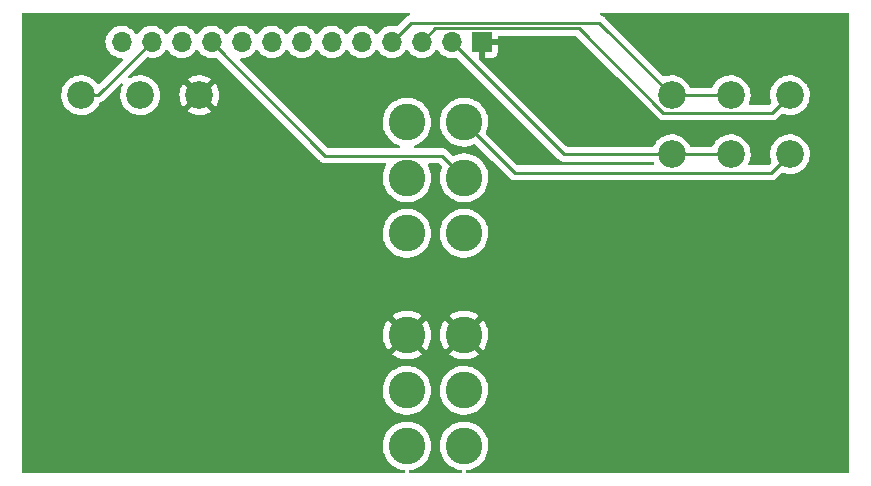
<source format=gbl>
G04 #@! TF.GenerationSoftware,KiCad,Pcbnew,6.0.9-8da3e8f707~117~ubuntu22.04.1*
G04 #@! TF.CreationDate,2022-12-01T21:32:43-05:00*
G04 #@! TF.ProjectId,voltproc_b2,766f6c74-7072-46f6-935f-62322e6b6963,rev?*
G04 #@! TF.SameCoordinates,Original*
G04 #@! TF.FileFunction,Copper,L2,Bot*
G04 #@! TF.FilePolarity,Positive*
%FSLAX46Y46*%
G04 Gerber Fmt 4.6, Leading zero omitted, Abs format (unit mm)*
G04 Created by KiCad (PCBNEW 6.0.9-8da3e8f707~117~ubuntu22.04.1) date 2022-12-01 21:32:43*
%MOMM*%
%LPD*%
G01*
G04 APERTURE LIST*
G04 #@! TA.AperFunction,ComponentPad*
%ADD10C,2.340000*%
G04 #@! TD*
G04 #@! TA.AperFunction,ComponentPad*
%ADD11C,3.100000*%
G04 #@! TD*
G04 #@! TA.AperFunction,ComponentPad*
%ADD12R,1.700000X1.700000*%
G04 #@! TD*
G04 #@! TA.AperFunction,ComponentPad*
%ADD13O,1.700000X1.700000*%
G04 #@! TD*
G04 #@! TA.AperFunction,Conductor*
%ADD14C,0.250000*%
G04 #@! TD*
G04 APERTURE END LIST*
D10*
G04 #@! TO.P,RV4,1,1*
G04 #@! TO.N,Board_0-/Panel components/LAG_LIN_CCW*
X180000000Y-87500000D03*
G04 #@! TO.P,RV4,2,2*
G04 #@! TO.N,Board_0-/Panel components/LAG_LIN_WIP*
X175000000Y-87500000D03*
G04 #@! TO.P,RV4,3,3*
X170000000Y-87500000D03*
G04 #@! TO.P,RV4,4,4*
G04 #@! TO.N,Board_0-/Panel components/RC_IN*
X180000000Y-92500000D03*
G04 #@! TO.P,RV4,5,5*
G04 #@! TO.N,Board_0-/Panel components/LAG_RC_WIP*
X175000000Y-92500000D03*
G04 #@! TO.P,RV4,6,6*
X170000000Y-92500000D03*
G04 #@! TD*
G04 #@! TO.P,RV3,1,1*
G04 #@! TO.N,Board_0-GND1*
X130000000Y-87500000D03*
G04 #@! TO.P,RV3,2,2*
G04 #@! TO.N,Board_0-/Panel components/IN_2_1_WIP*
X125000000Y-87500000D03*
G04 #@! TO.P,RV3,3,3*
G04 #@! TO.N,Board_0-/Panel components/IN_2_1_CW*
X120000000Y-87500000D03*
G04 #@! TD*
D11*
G04 #@! TO.P,SW1,1,A*
G04 #@! TO.N,Board_0-/Panel components/LIN_IN*
X152415000Y-99200000D03*
G04 #@! TO.P,SW1,2,B*
G04 #@! TO.N,Board_0-/Panel components/LAG_IN*
X152415000Y-94500000D03*
G04 #@! TO.P,SW1,3,C*
G04 #@! TO.N,Board_0-/Panel components/RC_IN*
X152415000Y-89800000D03*
G04 #@! TO.P,SW1,4,A*
G04 #@! TO.N,Board_0-/Panel components/LIN_OUT*
X147585000Y-99200000D03*
G04 #@! TO.P,SW1,5,B*
G04 #@! TO.N,Board_0-/Panel components/LAG_OUT*
X147585000Y-94500000D03*
G04 #@! TO.P,SW1,6,C*
G04 #@! TO.N,Board_0-/Panel components/RC_OUT*
X147585000Y-89800000D03*
G04 #@! TD*
G04 #@! TO.P,SW2,1,A*
G04 #@! TO.N,Board_0-GND1*
X147585000Y-107800000D03*
G04 #@! TO.P,SW2,2,B*
G04 #@! TO.N,Board_0-/Panel components/LIN_SPEED*
X147585000Y-112500000D03*
G04 #@! TO.P,SW2,3,C*
G04 #@! TO.N,Board_0-unconnected-(SW2-Pad3)*
X147585000Y-117200000D03*
G04 #@! TO.P,SW2,4,A*
G04 #@! TO.N,Board_0-GND1*
X152415000Y-107800000D03*
G04 #@! TO.P,SW2,5,B*
G04 #@! TO.N,Board_0-/Panel components/RC_SPEED*
X152415000Y-112500000D03*
G04 #@! TO.P,SW2,6,C*
G04 #@! TO.N,Board_0-unconnected-(SW2-Pad6)*
X152415000Y-117200000D03*
G04 #@! TD*
D12*
G04 #@! TO.P,J7,1,Pin_1*
G04 #@! TO.N,Board_0-GND1*
X153900000Y-83000000D03*
D13*
G04 #@! TO.P,J7,2,Pin_2*
G04 #@! TO.N,Board_0-/Panel components/LAG_RC_WIP*
X151360000Y-83000000D03*
G04 #@! TO.P,J7,3,Pin_3*
G04 #@! TO.N,Board_0-/Panel components/LAG_LIN_CCW*
X148820000Y-83000000D03*
G04 #@! TO.P,J7,4,Pin_4*
G04 #@! TO.N,Board_0-/Panel components/LAG_LIN_WIP*
X146280000Y-83000000D03*
G04 #@! TO.P,J7,5,Pin_5*
G04 #@! TO.N,Board_0-/Panel components/LIN_SPEED*
X143740000Y-83000000D03*
G04 #@! TO.P,J7,6,Pin_6*
G04 #@! TO.N,Board_0-/Panel components/RC_SPEED*
X141200000Y-83000000D03*
G04 #@! TO.P,J7,7,Pin_7*
G04 #@! TO.N,Board_0-/Panel components/RC_OUT*
X138660000Y-83000000D03*
G04 #@! TO.P,J7,8,Pin_8*
G04 #@! TO.N,Board_0-/Panel components/LAG_OUT*
X136120000Y-83000000D03*
G04 #@! TO.P,J7,9,Pin_9*
G04 #@! TO.N,Board_0-/Panel components/LIN_OUT*
X133580000Y-83000000D03*
G04 #@! TO.P,J7,10,Pin_10*
G04 #@! TO.N,Board_0-/Panel components/LAG_IN*
X131040000Y-83000000D03*
G04 #@! TO.P,J7,11,Pin_11*
G04 #@! TO.N,Board_0-/Panel components/LIN_IN*
X128500000Y-83000000D03*
G04 #@! TO.P,J7,12,Pin_12*
G04 #@! TO.N,Board_0-/Panel components/IN_2_1_CW*
X125960000Y-83000000D03*
G04 #@! TO.P,J7,13,Pin_13*
G04 #@! TO.N,Board_0-/Panel components/IN_2_1_WIP*
X123420000Y-83000000D03*
G04 #@! TD*
D14*
G04 #@! TO.N,Board_0-/Panel components/IN_2_1_CW*
X121460000Y-87500000D02*
X125960000Y-83000000D01*
X120000000Y-87500000D02*
X121460000Y-87500000D01*
G04 #@! TO.N,Board_0-/Panel components/LAG_IN*
X140665489Y-92625489D02*
X150540489Y-92625489D01*
X131040000Y-83000000D02*
X140665489Y-92625489D01*
X150540489Y-92625489D02*
X152415000Y-94500000D01*
G04 #@! TO.N,Board_0-/Panel components/LAG_LIN_CCW*
X149994521Y-81825479D02*
X162133479Y-81825479D01*
X169303000Y-88995000D02*
X178505000Y-88995000D01*
X148820000Y-83000000D02*
X149994521Y-81825479D01*
X162133479Y-81825479D02*
X169303000Y-88995000D01*
X178505000Y-88995000D02*
X180000000Y-87500000D01*
G04 #@! TO.N,Board_0-/Panel components/LAG_LIN_WIP*
X147904022Y-81375978D02*
X146280000Y-83000000D01*
X170000000Y-87500000D02*
X175000000Y-87500000D01*
X163875978Y-81375978D02*
X147904022Y-81375978D01*
X170000000Y-87500000D02*
X163875978Y-81375978D01*
G04 #@! TO.N,Board_0-/Panel components/LAG_RC_WIP*
X170000000Y-92500000D02*
X175000000Y-92500000D01*
X170000000Y-92500000D02*
X160860000Y-92500000D01*
X160860000Y-92500000D02*
X151360000Y-83000000D01*
G04 #@! TO.N,Board_0-/Panel components/RC_IN*
X152415000Y-89800000D02*
X156690000Y-94075000D01*
X156690000Y-94075000D02*
X178425000Y-94075000D01*
X178425000Y-94075000D02*
X180000000Y-92500000D01*
G04 #@! TD*
G04 #@! TA.AperFunction,Conductor*
G04 #@! TO.N,Board_0-GND1*
G36*
X147789754Y-80528502D02*
G01*
X147836247Y-80582158D01*
X147846351Y-80652432D01*
X147816857Y-80717012D01*
X147753000Y-80756522D01*
X147745225Y-80757504D01*
X147737858Y-80760421D01*
X147737853Y-80760422D01*
X147704114Y-80773780D01*
X147692887Y-80777624D01*
X147650429Y-80789960D01*
X147643603Y-80793997D01*
X147632994Y-80800271D01*
X147615246Y-80808966D01*
X147596405Y-80816426D01*
X147589989Y-80821088D01*
X147589988Y-80821088D01*
X147560635Y-80842414D01*
X147550715Y-80848930D01*
X147519487Y-80867398D01*
X147519484Y-80867400D01*
X147512660Y-80871436D01*
X147498339Y-80885757D01*
X147483306Y-80898597D01*
X147466915Y-80910506D01*
X147461865Y-80916610D01*
X147461860Y-80916615D01*
X147438729Y-80944576D01*
X147430739Y-80953357D01*
X146737344Y-81646751D01*
X146675032Y-81680776D01*
X146626153Y-81681702D01*
X146413373Y-81643800D01*
X146413367Y-81643799D01*
X146408284Y-81642894D01*
X146334452Y-81641992D01*
X146190081Y-81640228D01*
X146190079Y-81640228D01*
X146184911Y-81640165D01*
X145964091Y-81673955D01*
X145751756Y-81743357D01*
X145553607Y-81846507D01*
X145549474Y-81849610D01*
X145549471Y-81849612D01*
X145525247Y-81867800D01*
X145374965Y-81980635D01*
X145220629Y-82142138D01*
X145113201Y-82299621D01*
X145058293Y-82344621D01*
X144987768Y-82352792D01*
X144924021Y-82321538D01*
X144903324Y-82297054D01*
X144822822Y-82172617D01*
X144822820Y-82172614D01*
X144820014Y-82168277D01*
X144669670Y-82003051D01*
X144665619Y-81999852D01*
X144665615Y-81999848D01*
X144498414Y-81867800D01*
X144498410Y-81867798D01*
X144494359Y-81864598D01*
X144298789Y-81756638D01*
X144293920Y-81754914D01*
X144293916Y-81754912D01*
X144093087Y-81683795D01*
X144093083Y-81683794D01*
X144088212Y-81682069D01*
X144083119Y-81681162D01*
X144083116Y-81681161D01*
X143873373Y-81643800D01*
X143873367Y-81643799D01*
X143868284Y-81642894D01*
X143794452Y-81641992D01*
X143650081Y-81640228D01*
X143650079Y-81640228D01*
X143644911Y-81640165D01*
X143424091Y-81673955D01*
X143211756Y-81743357D01*
X143013607Y-81846507D01*
X143009474Y-81849610D01*
X143009471Y-81849612D01*
X142985247Y-81867800D01*
X142834965Y-81980635D01*
X142680629Y-82142138D01*
X142573201Y-82299621D01*
X142518293Y-82344621D01*
X142447768Y-82352792D01*
X142384021Y-82321538D01*
X142363324Y-82297054D01*
X142282822Y-82172617D01*
X142282820Y-82172614D01*
X142280014Y-82168277D01*
X142129670Y-82003051D01*
X142125619Y-81999852D01*
X142125615Y-81999848D01*
X141958414Y-81867800D01*
X141958410Y-81867798D01*
X141954359Y-81864598D01*
X141758789Y-81756638D01*
X141753920Y-81754914D01*
X141753916Y-81754912D01*
X141553087Y-81683795D01*
X141553083Y-81683794D01*
X141548212Y-81682069D01*
X141543119Y-81681162D01*
X141543116Y-81681161D01*
X141333373Y-81643800D01*
X141333367Y-81643799D01*
X141328284Y-81642894D01*
X141254452Y-81641992D01*
X141110081Y-81640228D01*
X141110079Y-81640228D01*
X141104911Y-81640165D01*
X140884091Y-81673955D01*
X140671756Y-81743357D01*
X140473607Y-81846507D01*
X140469474Y-81849610D01*
X140469471Y-81849612D01*
X140445247Y-81867800D01*
X140294965Y-81980635D01*
X140140629Y-82142138D01*
X140033201Y-82299621D01*
X139978293Y-82344621D01*
X139907768Y-82352792D01*
X139844021Y-82321538D01*
X139823324Y-82297054D01*
X139742822Y-82172617D01*
X139742820Y-82172614D01*
X139740014Y-82168277D01*
X139589670Y-82003051D01*
X139585619Y-81999852D01*
X139585615Y-81999848D01*
X139418414Y-81867800D01*
X139418410Y-81867798D01*
X139414359Y-81864598D01*
X139218789Y-81756638D01*
X139213920Y-81754914D01*
X139213916Y-81754912D01*
X139013087Y-81683795D01*
X139013083Y-81683794D01*
X139008212Y-81682069D01*
X139003119Y-81681162D01*
X139003116Y-81681161D01*
X138793373Y-81643800D01*
X138793367Y-81643799D01*
X138788284Y-81642894D01*
X138714452Y-81641992D01*
X138570081Y-81640228D01*
X138570079Y-81640228D01*
X138564911Y-81640165D01*
X138344091Y-81673955D01*
X138131756Y-81743357D01*
X137933607Y-81846507D01*
X137929474Y-81849610D01*
X137929471Y-81849612D01*
X137905247Y-81867800D01*
X137754965Y-81980635D01*
X137600629Y-82142138D01*
X137493201Y-82299621D01*
X137438293Y-82344621D01*
X137367768Y-82352792D01*
X137304021Y-82321538D01*
X137283324Y-82297054D01*
X137202822Y-82172617D01*
X137202820Y-82172614D01*
X137200014Y-82168277D01*
X137049670Y-82003051D01*
X137045619Y-81999852D01*
X137045615Y-81999848D01*
X136878414Y-81867800D01*
X136878410Y-81867798D01*
X136874359Y-81864598D01*
X136678789Y-81756638D01*
X136673920Y-81754914D01*
X136673916Y-81754912D01*
X136473087Y-81683795D01*
X136473083Y-81683794D01*
X136468212Y-81682069D01*
X136463119Y-81681162D01*
X136463116Y-81681161D01*
X136253373Y-81643800D01*
X136253367Y-81643799D01*
X136248284Y-81642894D01*
X136174452Y-81641992D01*
X136030081Y-81640228D01*
X136030079Y-81640228D01*
X136024911Y-81640165D01*
X135804091Y-81673955D01*
X135591756Y-81743357D01*
X135393607Y-81846507D01*
X135389474Y-81849610D01*
X135389471Y-81849612D01*
X135365247Y-81867800D01*
X135214965Y-81980635D01*
X135060629Y-82142138D01*
X134953201Y-82299621D01*
X134898293Y-82344621D01*
X134827768Y-82352792D01*
X134764021Y-82321538D01*
X134743324Y-82297054D01*
X134662822Y-82172617D01*
X134662820Y-82172614D01*
X134660014Y-82168277D01*
X134509670Y-82003051D01*
X134505619Y-81999852D01*
X134505615Y-81999848D01*
X134338414Y-81867800D01*
X134338410Y-81867798D01*
X134334359Y-81864598D01*
X134138789Y-81756638D01*
X134133920Y-81754914D01*
X134133916Y-81754912D01*
X133933087Y-81683795D01*
X133933083Y-81683794D01*
X133928212Y-81682069D01*
X133923119Y-81681162D01*
X133923116Y-81681161D01*
X133713373Y-81643800D01*
X133713367Y-81643799D01*
X133708284Y-81642894D01*
X133634452Y-81641992D01*
X133490081Y-81640228D01*
X133490079Y-81640228D01*
X133484911Y-81640165D01*
X133264091Y-81673955D01*
X133051756Y-81743357D01*
X132853607Y-81846507D01*
X132849474Y-81849610D01*
X132849471Y-81849612D01*
X132825247Y-81867800D01*
X132674965Y-81980635D01*
X132520629Y-82142138D01*
X132413201Y-82299621D01*
X132358293Y-82344621D01*
X132287768Y-82352792D01*
X132224021Y-82321538D01*
X132203324Y-82297054D01*
X132122822Y-82172617D01*
X132122820Y-82172614D01*
X132120014Y-82168277D01*
X131969670Y-82003051D01*
X131965619Y-81999852D01*
X131965615Y-81999848D01*
X131798414Y-81867800D01*
X131798410Y-81867798D01*
X131794359Y-81864598D01*
X131598789Y-81756638D01*
X131593920Y-81754914D01*
X131593916Y-81754912D01*
X131393087Y-81683795D01*
X131393083Y-81683794D01*
X131388212Y-81682069D01*
X131383119Y-81681162D01*
X131383116Y-81681161D01*
X131173373Y-81643800D01*
X131173367Y-81643799D01*
X131168284Y-81642894D01*
X131094452Y-81641992D01*
X130950081Y-81640228D01*
X130950079Y-81640228D01*
X130944911Y-81640165D01*
X130724091Y-81673955D01*
X130511756Y-81743357D01*
X130313607Y-81846507D01*
X130309474Y-81849610D01*
X130309471Y-81849612D01*
X130285247Y-81867800D01*
X130134965Y-81980635D01*
X129980629Y-82142138D01*
X129873201Y-82299621D01*
X129818293Y-82344621D01*
X129747768Y-82352792D01*
X129684021Y-82321538D01*
X129663324Y-82297054D01*
X129582822Y-82172617D01*
X129582820Y-82172614D01*
X129580014Y-82168277D01*
X129429670Y-82003051D01*
X129425619Y-81999852D01*
X129425615Y-81999848D01*
X129258414Y-81867800D01*
X129258410Y-81867798D01*
X129254359Y-81864598D01*
X129058789Y-81756638D01*
X129053920Y-81754914D01*
X129053916Y-81754912D01*
X128853087Y-81683795D01*
X128853083Y-81683794D01*
X128848212Y-81682069D01*
X128843119Y-81681162D01*
X128843116Y-81681161D01*
X128633373Y-81643800D01*
X128633367Y-81643799D01*
X128628284Y-81642894D01*
X128554452Y-81641992D01*
X128410081Y-81640228D01*
X128410079Y-81640228D01*
X128404911Y-81640165D01*
X128184091Y-81673955D01*
X127971756Y-81743357D01*
X127773607Y-81846507D01*
X127769474Y-81849610D01*
X127769471Y-81849612D01*
X127745247Y-81867800D01*
X127594965Y-81980635D01*
X127440629Y-82142138D01*
X127333201Y-82299621D01*
X127278293Y-82344621D01*
X127207768Y-82352792D01*
X127144021Y-82321538D01*
X127123324Y-82297054D01*
X127042822Y-82172617D01*
X127042820Y-82172614D01*
X127040014Y-82168277D01*
X126889670Y-82003051D01*
X126885619Y-81999852D01*
X126885615Y-81999848D01*
X126718414Y-81867800D01*
X126718410Y-81867798D01*
X126714359Y-81864598D01*
X126518789Y-81756638D01*
X126513920Y-81754914D01*
X126513916Y-81754912D01*
X126313087Y-81683795D01*
X126313083Y-81683794D01*
X126308212Y-81682069D01*
X126303119Y-81681162D01*
X126303116Y-81681161D01*
X126093373Y-81643800D01*
X126093367Y-81643799D01*
X126088284Y-81642894D01*
X126014452Y-81641992D01*
X125870081Y-81640228D01*
X125870079Y-81640228D01*
X125864911Y-81640165D01*
X125644091Y-81673955D01*
X125431756Y-81743357D01*
X125233607Y-81846507D01*
X125229474Y-81849610D01*
X125229471Y-81849612D01*
X125205247Y-81867800D01*
X125054965Y-81980635D01*
X124900629Y-82142138D01*
X124793201Y-82299621D01*
X124738293Y-82344621D01*
X124667768Y-82352792D01*
X124604021Y-82321538D01*
X124583324Y-82297054D01*
X124502822Y-82172617D01*
X124502820Y-82172614D01*
X124500014Y-82168277D01*
X124349670Y-82003051D01*
X124345619Y-81999852D01*
X124345615Y-81999848D01*
X124178414Y-81867800D01*
X124178410Y-81867798D01*
X124174359Y-81864598D01*
X123978789Y-81756638D01*
X123973920Y-81754914D01*
X123973916Y-81754912D01*
X123773087Y-81683795D01*
X123773083Y-81683794D01*
X123768212Y-81682069D01*
X123763119Y-81681162D01*
X123763116Y-81681161D01*
X123553373Y-81643800D01*
X123553367Y-81643799D01*
X123548284Y-81642894D01*
X123474452Y-81641992D01*
X123330081Y-81640228D01*
X123330079Y-81640228D01*
X123324911Y-81640165D01*
X123104091Y-81673955D01*
X122891756Y-81743357D01*
X122693607Y-81846507D01*
X122689474Y-81849610D01*
X122689471Y-81849612D01*
X122665247Y-81867800D01*
X122514965Y-81980635D01*
X122360629Y-82142138D01*
X122234743Y-82326680D01*
X122187715Y-82427993D01*
X122146466Y-82516858D01*
X122140688Y-82529305D01*
X122080989Y-82744570D01*
X122057251Y-82966695D01*
X122070110Y-83189715D01*
X122071247Y-83194761D01*
X122071248Y-83194767D01*
X122085606Y-83258475D01*
X122119222Y-83407639D01*
X122203266Y-83614616D01*
X122254942Y-83698944D01*
X122317291Y-83800688D01*
X122319987Y-83805088D01*
X122466250Y-83973938D01*
X122638126Y-84116632D01*
X122831000Y-84229338D01*
X123039692Y-84309030D01*
X123044760Y-84310061D01*
X123044763Y-84310062D01*
X123152012Y-84331882D01*
X123258597Y-84353567D01*
X123263771Y-84353757D01*
X123263773Y-84353757D01*
X123325898Y-84356035D01*
X123405650Y-84358959D01*
X123472991Y-84381443D01*
X123517487Y-84436767D01*
X123525009Y-84507364D01*
X123490127Y-84573969D01*
X121544146Y-86519949D01*
X121481834Y-86553975D01*
X121411018Y-86548910D01*
X121356102Y-86508861D01*
X121240990Y-86362842D01*
X121059276Y-86191902D01*
X120943160Y-86111350D01*
X120858130Y-86052362D01*
X120858125Y-86052359D01*
X120854292Y-86049700D01*
X120850110Y-86047637D01*
X120850102Y-86047633D01*
X120634728Y-85941423D01*
X120634725Y-85941422D01*
X120630540Y-85939358D01*
X120392937Y-85863300D01*
X120388330Y-85862550D01*
X120388327Y-85862549D01*
X120151312Y-85823949D01*
X120151313Y-85823949D01*
X120146701Y-85823198D01*
X120025753Y-85821615D01*
X119901920Y-85819994D01*
X119901917Y-85819994D01*
X119897243Y-85819933D01*
X119650042Y-85853575D01*
X119645556Y-85854883D01*
X119645554Y-85854883D01*
X119617576Y-85863038D01*
X119410528Y-85923387D01*
X119406275Y-85925347D01*
X119406274Y-85925348D01*
X119378971Y-85937935D01*
X119183965Y-86027834D01*
X119153767Y-86047633D01*
X118979242Y-86162056D01*
X118979237Y-86162060D01*
X118975329Y-86164622D01*
X118789202Y-86330746D01*
X118629675Y-86522557D01*
X118500252Y-86735840D01*
X118498443Y-86740154D01*
X118498442Y-86740156D01*
X118407232Y-86957668D01*
X118403775Y-86965911D01*
X118402624Y-86970443D01*
X118402623Y-86970446D01*
X118394185Y-87003671D01*
X118342365Y-87207714D01*
X118317370Y-87455939D01*
X118317594Y-87460606D01*
X118317594Y-87460611D01*
X118323354Y-87580535D01*
X118329339Y-87705131D01*
X118378010Y-87949818D01*
X118462314Y-88184622D01*
X118580398Y-88404386D01*
X118729668Y-88604283D01*
X118906844Y-88779921D01*
X118910606Y-88782679D01*
X118910609Y-88782682D01*
X119022139Y-88864458D01*
X119108036Y-88927440D01*
X119112171Y-88929616D01*
X119112175Y-88929618D01*
X119209002Y-88980561D01*
X119328823Y-89043602D01*
X119420918Y-89075763D01*
X119558550Y-89123826D01*
X119564354Y-89125853D01*
X119568947Y-89126725D01*
X119804867Y-89171516D01*
X119804870Y-89171516D01*
X119809456Y-89172387D01*
X119934100Y-89177285D01*
X120054075Y-89181999D01*
X120054081Y-89181999D01*
X120058743Y-89182182D01*
X120148181Y-89172387D01*
X120302087Y-89155532D01*
X120302092Y-89155531D01*
X120306740Y-89155022D01*
X120313140Y-89153337D01*
X120543476Y-89092694D01*
X120543478Y-89092693D01*
X120547999Y-89091503D01*
X120594332Y-89071597D01*
X120772924Y-88994868D01*
X120772926Y-88994867D01*
X120777218Y-88993023D01*
X120879679Y-88929618D01*
X120985391Y-88864202D01*
X120985395Y-88864199D01*
X120989364Y-88861743D01*
X121089900Y-88776633D01*
X121176209Y-88703567D01*
X121176210Y-88703566D01*
X121179775Y-88700548D01*
X121261316Y-88607569D01*
X121341187Y-88516494D01*
X121341191Y-88516489D01*
X121344269Y-88512979D01*
X121360803Y-88487275D01*
X121424798Y-88387783D01*
X121479231Y-88303157D01*
X121481258Y-88298659D01*
X121530696Y-88188909D01*
X121576911Y-88135014D01*
X121612863Y-88119224D01*
X121618797Y-88118474D01*
X121626165Y-88115557D01*
X121626172Y-88115555D01*
X121659912Y-88102196D01*
X121671142Y-88098351D01*
X121705983Y-88088229D01*
X121705984Y-88088229D01*
X121713593Y-88086018D01*
X121720412Y-88081985D01*
X121720417Y-88081983D01*
X121731028Y-88075707D01*
X121748776Y-88067012D01*
X121767617Y-88059552D01*
X121803387Y-88033564D01*
X121813307Y-88027048D01*
X121844535Y-88008580D01*
X121844538Y-88008578D01*
X121851362Y-88004542D01*
X121865683Y-87990221D01*
X121880717Y-87977380D01*
X121897107Y-87965472D01*
X121925298Y-87931395D01*
X121933288Y-87922616D01*
X123348061Y-86507843D01*
X123410373Y-86473817D01*
X123481188Y-86478882D01*
X123538024Y-86521429D01*
X123562835Y-86587949D01*
X123544875Y-86662303D01*
X123500252Y-86735840D01*
X123498443Y-86740154D01*
X123498442Y-86740156D01*
X123407232Y-86957668D01*
X123403775Y-86965911D01*
X123402624Y-86970443D01*
X123402623Y-86970446D01*
X123394185Y-87003671D01*
X123342365Y-87207714D01*
X123317370Y-87455939D01*
X123317594Y-87460606D01*
X123317594Y-87460611D01*
X123323354Y-87580535D01*
X123329339Y-87705131D01*
X123378010Y-87949818D01*
X123462314Y-88184622D01*
X123580398Y-88404386D01*
X123729668Y-88604283D01*
X123906844Y-88779921D01*
X123910606Y-88782679D01*
X123910609Y-88782682D01*
X124022139Y-88864458D01*
X124108036Y-88927440D01*
X124112171Y-88929616D01*
X124112175Y-88929618D01*
X124209002Y-88980561D01*
X124328823Y-89043602D01*
X124420918Y-89075763D01*
X124558550Y-89123826D01*
X124564354Y-89125853D01*
X124568947Y-89126725D01*
X124804867Y-89171516D01*
X124804870Y-89171516D01*
X124809456Y-89172387D01*
X124934100Y-89177285D01*
X125054075Y-89181999D01*
X125054081Y-89181999D01*
X125058743Y-89182182D01*
X125148181Y-89172387D01*
X125302087Y-89155532D01*
X125302092Y-89155531D01*
X125306740Y-89155022D01*
X125313140Y-89153337D01*
X125543476Y-89092694D01*
X125543478Y-89092693D01*
X125547999Y-89091503D01*
X125594332Y-89071597D01*
X125772924Y-88994868D01*
X125772926Y-88994867D01*
X125777218Y-88993023D01*
X125879679Y-88929618D01*
X125985391Y-88864202D01*
X125985395Y-88864199D01*
X125989364Y-88861743D01*
X126000997Y-88851895D01*
X129012851Y-88851895D01*
X129021563Y-88863415D01*
X129104529Y-88924249D01*
X129112444Y-88929194D01*
X129324873Y-89040959D01*
X129333447Y-89044687D01*
X129560067Y-89123826D01*
X129569077Y-89126240D01*
X129804923Y-89171017D01*
X129814180Y-89172071D01*
X130054058Y-89181497D01*
X130063372Y-89181171D01*
X130301996Y-89155038D01*
X130311173Y-89153337D01*
X130543312Y-89092220D01*
X130552132Y-89089183D01*
X130772693Y-88994423D01*
X130780965Y-88990116D01*
X130984026Y-88864458D01*
X130990751Y-88854253D01*
X130984688Y-88843899D01*
X130012810Y-87872020D01*
X129998869Y-87864408D01*
X129997034Y-87864539D01*
X129990420Y-87868790D01*
X129019509Y-88839702D01*
X129012851Y-88851895D01*
X126000997Y-88851895D01*
X126089900Y-88776633D01*
X126176209Y-88703567D01*
X126176210Y-88703566D01*
X126179775Y-88700548D01*
X126261316Y-88607569D01*
X126341187Y-88516494D01*
X126341191Y-88516489D01*
X126344269Y-88512979D01*
X126360803Y-88487275D01*
X126424798Y-88387783D01*
X126479231Y-88303157D01*
X126581697Y-88075691D01*
X126615956Y-87954218D01*
X126648146Y-87840082D01*
X126648147Y-87840079D01*
X126649416Y-87835578D01*
X126680900Y-87588092D01*
X126680984Y-87584909D01*
X126682243Y-87536828D01*
X126683207Y-87500000D01*
X126680281Y-87460624D01*
X128318096Y-87460624D01*
X128329614Y-87700398D01*
X128330751Y-87709658D01*
X128377581Y-87945095D01*
X128380075Y-87954088D01*
X128461189Y-88180009D01*
X128464989Y-88188544D01*
X128578607Y-88399996D01*
X128583618Y-88407863D01*
X128636609Y-88478826D01*
X128647867Y-88487275D01*
X128660286Y-88480503D01*
X129627980Y-87512810D01*
X129634357Y-87501131D01*
X130364408Y-87501131D01*
X130364539Y-87502966D01*
X130368790Y-87509580D01*
X131342024Y-88482813D01*
X131354404Y-88489573D01*
X131362745Y-88483330D01*
X131476265Y-88306843D01*
X131480708Y-88298659D01*
X131579304Y-88079783D01*
X131582494Y-88071018D01*
X131647654Y-87839981D01*
X131649514Y-87830839D01*
X131680001Y-87591196D01*
X131680482Y-87584909D01*
X131682622Y-87503160D01*
X131682471Y-87496851D01*
X131664568Y-87255932D01*
X131663191Y-87246726D01*
X131610210Y-87012582D01*
X131607486Y-87003671D01*
X131520478Y-86779930D01*
X131516467Y-86771521D01*
X131397347Y-86563105D01*
X131392130Y-86555370D01*
X131364425Y-86520227D01*
X131352501Y-86511758D01*
X131340965Y-86518246D01*
X130372020Y-87487190D01*
X130364408Y-87501131D01*
X129634357Y-87501131D01*
X129635592Y-87498869D01*
X129635461Y-87497034D01*
X129631210Y-87490420D01*
X128658131Y-86517342D01*
X128644823Y-86510075D01*
X128634786Y-86517195D01*
X128633076Y-86519251D01*
X128627655Y-86526851D01*
X128503127Y-86732067D01*
X128498889Y-86740384D01*
X128406060Y-86961755D01*
X128403099Y-86970605D01*
X128344011Y-87203264D01*
X128342390Y-87212458D01*
X128318341Y-87451297D01*
X128318096Y-87460624D01*
X126680281Y-87460624D01*
X126664718Y-87251206D01*
X126609659Y-87007878D01*
X126595164Y-86970605D01*
X126520931Y-86779714D01*
X126520930Y-86779711D01*
X126519238Y-86775361D01*
X126494494Y-86732067D01*
X126412123Y-86587949D01*
X126395442Y-86558763D01*
X126240990Y-86362842D01*
X126059276Y-86191902D01*
X125993951Y-86146585D01*
X129010999Y-86146585D01*
X129015572Y-86156361D01*
X129987190Y-87127980D01*
X130001131Y-87135592D01*
X130002966Y-87135461D01*
X130009580Y-87131210D01*
X130980929Y-86159860D01*
X130987313Y-86148169D01*
X130977903Y-86136061D01*
X130857873Y-86052793D01*
X130849846Y-86048065D01*
X130634540Y-85941888D01*
X130625907Y-85938400D01*
X130397265Y-85865211D01*
X130388214Y-85863038D01*
X130151269Y-85824449D01*
X130141980Y-85823637D01*
X129901950Y-85820495D01*
X129892638Y-85821065D01*
X129654776Y-85853436D01*
X129645658Y-85855374D01*
X129415203Y-85922546D01*
X129406450Y-85925818D01*
X129188454Y-86026316D01*
X129180299Y-86030836D01*
X129020136Y-86135844D01*
X129010999Y-86146585D01*
X125993951Y-86146585D01*
X125943160Y-86111350D01*
X125858130Y-86052362D01*
X125858125Y-86052359D01*
X125854292Y-86049700D01*
X125850110Y-86047637D01*
X125850102Y-86047633D01*
X125634728Y-85941423D01*
X125634725Y-85941422D01*
X125630540Y-85939358D01*
X125392937Y-85863300D01*
X125388330Y-85862550D01*
X125388327Y-85862549D01*
X125151312Y-85823949D01*
X125151313Y-85823949D01*
X125146701Y-85823198D01*
X125025753Y-85821615D01*
X124901920Y-85819994D01*
X124901917Y-85819994D01*
X124897243Y-85819933D01*
X124650042Y-85853575D01*
X124645556Y-85854883D01*
X124645554Y-85854883D01*
X124617576Y-85863038D01*
X124410528Y-85923387D01*
X124406275Y-85925347D01*
X124406274Y-85925348D01*
X124378971Y-85937935D01*
X124183965Y-86027834D01*
X124180059Y-86030395D01*
X124180057Y-86030396D01*
X124179386Y-86030836D01*
X124174537Y-86034015D01*
X124106603Y-86054640D01*
X124038302Y-86035262D01*
X123991320Y-85982034D01*
X123980574Y-85911856D01*
X124009474Y-85847008D01*
X124016355Y-85839550D01*
X125504550Y-84351355D01*
X125566862Y-84317329D01*
X125618762Y-84316979D01*
X125798597Y-84353567D01*
X125803772Y-84353757D01*
X125803774Y-84353757D01*
X126016673Y-84361564D01*
X126016677Y-84361564D01*
X126021837Y-84361753D01*
X126026957Y-84361097D01*
X126026959Y-84361097D01*
X126238288Y-84334025D01*
X126238289Y-84334025D01*
X126243416Y-84333368D01*
X126282434Y-84321662D01*
X126452429Y-84270661D01*
X126452434Y-84270659D01*
X126457384Y-84269174D01*
X126657994Y-84170896D01*
X126839860Y-84041173D01*
X126998096Y-83883489D01*
X127057594Y-83800689D01*
X127128453Y-83702077D01*
X127129776Y-83703028D01*
X127176645Y-83659857D01*
X127246580Y-83647625D01*
X127312026Y-83675144D01*
X127339875Y-83706994D01*
X127399987Y-83805088D01*
X127546250Y-83973938D01*
X127718126Y-84116632D01*
X127911000Y-84229338D01*
X128119692Y-84309030D01*
X128124760Y-84310061D01*
X128124763Y-84310062D01*
X128232012Y-84331882D01*
X128338597Y-84353567D01*
X128343772Y-84353757D01*
X128343774Y-84353757D01*
X128556673Y-84361564D01*
X128556677Y-84361564D01*
X128561837Y-84361753D01*
X128566957Y-84361097D01*
X128566959Y-84361097D01*
X128778288Y-84334025D01*
X128778289Y-84334025D01*
X128783416Y-84333368D01*
X128822434Y-84321662D01*
X128992429Y-84270661D01*
X128992434Y-84270659D01*
X128997384Y-84269174D01*
X129197994Y-84170896D01*
X129379860Y-84041173D01*
X129538096Y-83883489D01*
X129597594Y-83800689D01*
X129668453Y-83702077D01*
X129669776Y-83703028D01*
X129716645Y-83659857D01*
X129786580Y-83647625D01*
X129852026Y-83675144D01*
X129879875Y-83706994D01*
X129939987Y-83805088D01*
X130086250Y-83973938D01*
X130258126Y-84116632D01*
X130451000Y-84229338D01*
X130659692Y-84309030D01*
X130664760Y-84310061D01*
X130664763Y-84310062D01*
X130772012Y-84331882D01*
X130878597Y-84353567D01*
X130883772Y-84353757D01*
X130883774Y-84353757D01*
X131096673Y-84361564D01*
X131096677Y-84361564D01*
X131101837Y-84361753D01*
X131106957Y-84361097D01*
X131106959Y-84361097D01*
X131318288Y-84334025D01*
X131318289Y-84334025D01*
X131323416Y-84333368D01*
X131328367Y-84331883D01*
X131328370Y-84331882D01*
X131369829Y-84319444D01*
X131440825Y-84319028D01*
X131495131Y-84351035D01*
X140161837Y-93017742D01*
X140169377Y-93026028D01*
X140173489Y-93032507D01*
X140179266Y-93037932D01*
X140223140Y-93079132D01*
X140225982Y-93081887D01*
X140245719Y-93101624D01*
X140248916Y-93104104D01*
X140257936Y-93111807D01*
X140290168Y-93142075D01*
X140297114Y-93145894D01*
X140297117Y-93145896D01*
X140307923Y-93151837D01*
X140324442Y-93162688D01*
X140340448Y-93175103D01*
X140347717Y-93178248D01*
X140347721Y-93178251D01*
X140381026Y-93192663D01*
X140391676Y-93197880D01*
X140430429Y-93219184D01*
X140438104Y-93221155D01*
X140438105Y-93221155D01*
X140450051Y-93224222D01*
X140468756Y-93230626D01*
X140487344Y-93238670D01*
X140495167Y-93239909D01*
X140495177Y-93239912D01*
X140531013Y-93245588D01*
X140542633Y-93247994D01*
X140577778Y-93257017D01*
X140585459Y-93258989D01*
X140605713Y-93258989D01*
X140625423Y-93260540D01*
X140645432Y-93263709D01*
X140653324Y-93262963D01*
X140689450Y-93259548D01*
X140701308Y-93258989D01*
X145703522Y-93258989D01*
X145771643Y-93278991D01*
X145818136Y-93332647D01*
X145828240Y-93402921D01*
X145814877Y-93443948D01*
X145751930Y-93562835D01*
X145700073Y-93660776D01*
X145698601Y-93664799D01*
X145698599Y-93664803D01*
X145658125Y-93775405D01*
X145603616Y-93924355D01*
X145602703Y-93928541D01*
X145602703Y-93928542D01*
X145564094Y-94105623D01*
X145543825Y-94198585D01*
X145521803Y-94478393D01*
X145537960Y-94758601D01*
X145538785Y-94762806D01*
X145538786Y-94762814D01*
X145549711Y-94818497D01*
X145591996Y-95034024D01*
X145593383Y-95038074D01*
X145593384Y-95038079D01*
X145681522Y-95295509D01*
X145682911Y-95299565D01*
X145809022Y-95550310D01*
X145811448Y-95553839D01*
X145811451Y-95553845D01*
X145920012Y-95711801D01*
X145967997Y-95781620D01*
X146156894Y-95989215D01*
X146160183Y-95991965D01*
X146368925Y-96166501D01*
X146368930Y-96166505D01*
X146372217Y-96169253D01*
X146427424Y-96203884D01*
X146606341Y-96316119D01*
X146606345Y-96316121D01*
X146609981Y-96318402D01*
X146865788Y-96433903D01*
X146869907Y-96435123D01*
X147130790Y-96512401D01*
X147130795Y-96512402D01*
X147134903Y-96513619D01*
X147139137Y-96514267D01*
X147139142Y-96514268D01*
X147383514Y-96551662D01*
X147412347Y-96556074D01*
X147555292Y-96558319D01*
X147688694Y-96560415D01*
X147688700Y-96560415D01*
X147692985Y-96560482D01*
X147971626Y-96526763D01*
X148243112Y-96455540D01*
X148247072Y-96453900D01*
X148247077Y-96453898D01*
X148386600Y-96396105D01*
X148502420Y-96348131D01*
X148553296Y-96318402D01*
X148741054Y-96208685D01*
X148741055Y-96208685D01*
X148744752Y-96206524D01*
X148965624Y-96033338D01*
X149160948Y-95831779D01*
X149163481Y-95828331D01*
X149163485Y-95828326D01*
X149324572Y-95609032D01*
X149327110Y-95605577D01*
X149461036Y-95358916D01*
X149560247Y-95096362D01*
X149622907Y-94822773D01*
X149632685Y-94713220D01*
X149647637Y-94545677D01*
X149647637Y-94545675D01*
X149647857Y-94543211D01*
X149648310Y-94500000D01*
X149629220Y-94219977D01*
X149623923Y-94194396D01*
X149573172Y-93949332D01*
X149572303Y-93945135D01*
X149478612Y-93680561D01*
X149355884Y-93442779D01*
X149342415Y-93373071D01*
X149368770Y-93307148D01*
X149426583Y-93265938D01*
X149467850Y-93258989D01*
X150225894Y-93258989D01*
X150294015Y-93278991D01*
X150314990Y-93295894D01*
X150516123Y-93497028D01*
X150550148Y-93559340D01*
X150545083Y-93630156D01*
X150538383Y-93645079D01*
X150532082Y-93656980D01*
X150532078Y-93656989D01*
X150530073Y-93660776D01*
X150528601Y-93664799D01*
X150528599Y-93664803D01*
X150488125Y-93775405D01*
X150433616Y-93924355D01*
X150432703Y-93928541D01*
X150432703Y-93928542D01*
X150394094Y-94105623D01*
X150373825Y-94198585D01*
X150351803Y-94478393D01*
X150367960Y-94758601D01*
X150368785Y-94762806D01*
X150368786Y-94762814D01*
X150379711Y-94818497D01*
X150421996Y-95034024D01*
X150423383Y-95038074D01*
X150423384Y-95038079D01*
X150511522Y-95295509D01*
X150512911Y-95299565D01*
X150639022Y-95550310D01*
X150641448Y-95553839D01*
X150641451Y-95553845D01*
X150750012Y-95711801D01*
X150797997Y-95781620D01*
X150986894Y-95989215D01*
X150990183Y-95991965D01*
X151198925Y-96166501D01*
X151198930Y-96166505D01*
X151202217Y-96169253D01*
X151257424Y-96203884D01*
X151436341Y-96316119D01*
X151436345Y-96316121D01*
X151439981Y-96318402D01*
X151695788Y-96433903D01*
X151699907Y-96435123D01*
X151960790Y-96512401D01*
X151960795Y-96512402D01*
X151964903Y-96513619D01*
X151969137Y-96514267D01*
X151969142Y-96514268D01*
X152213514Y-96551662D01*
X152242347Y-96556074D01*
X152385292Y-96558319D01*
X152518694Y-96560415D01*
X152518700Y-96560415D01*
X152522985Y-96560482D01*
X152801626Y-96526763D01*
X153073112Y-96455540D01*
X153077072Y-96453900D01*
X153077077Y-96453898D01*
X153216600Y-96396105D01*
X153332420Y-96348131D01*
X153383296Y-96318402D01*
X153571054Y-96208685D01*
X153571055Y-96208685D01*
X153574752Y-96206524D01*
X153795624Y-96033338D01*
X153990948Y-95831779D01*
X153993481Y-95828331D01*
X153993485Y-95828326D01*
X154154572Y-95609032D01*
X154157110Y-95605577D01*
X154291036Y-95358916D01*
X154390247Y-95096362D01*
X154452907Y-94822773D01*
X154462685Y-94713220D01*
X154477637Y-94545677D01*
X154477637Y-94545675D01*
X154477857Y-94543211D01*
X154478310Y-94500000D01*
X154459220Y-94219977D01*
X154453923Y-94194396D01*
X154403172Y-93949332D01*
X154402303Y-93945135D01*
X154308612Y-93680561D01*
X154298401Y-93660776D01*
X154181847Y-93434957D01*
X154181847Y-93434956D01*
X154179882Y-93431150D01*
X154173099Y-93421498D01*
X154056687Y-93255862D01*
X154018493Y-93201517D01*
X153872824Y-93044758D01*
X153830354Y-92999055D01*
X153830351Y-92999052D01*
X153827433Y-92995912D01*
X153610237Y-92818139D01*
X153370923Y-92671487D01*
X153348348Y-92661577D01*
X153117853Y-92560397D01*
X153113921Y-92558671D01*
X153094526Y-92553146D01*
X152848114Y-92482954D01*
X152848115Y-92482954D01*
X152843986Y-92481778D01*
X152629730Y-92451285D01*
X152570365Y-92442836D01*
X152570363Y-92442836D01*
X152566113Y-92442231D01*
X152561824Y-92442209D01*
X152561817Y-92442208D01*
X152289730Y-92440783D01*
X152289723Y-92440783D01*
X152285444Y-92440761D01*
X152281199Y-92441320D01*
X152281197Y-92441320D01*
X152217813Y-92449665D01*
X152007172Y-92477397D01*
X151736446Y-92551459D01*
X151732499Y-92553142D01*
X151732489Y-92553146D01*
X151552536Y-92629903D01*
X151482029Y-92638232D01*
X151414006Y-92603101D01*
X151044141Y-92233236D01*
X151036601Y-92224950D01*
X151032489Y-92218471D01*
X150982837Y-92171845D01*
X150979996Y-92169091D01*
X150960259Y-92149354D01*
X150957062Y-92146874D01*
X150948040Y-92139169D01*
X150921589Y-92114330D01*
X150915810Y-92108903D01*
X150908864Y-92105084D01*
X150908861Y-92105082D01*
X150898055Y-92099141D01*
X150881536Y-92088290D01*
X150881072Y-92087930D01*
X150865530Y-92075875D01*
X150858261Y-92072730D01*
X150858257Y-92072727D01*
X150824952Y-92058315D01*
X150814302Y-92053098D01*
X150775549Y-92031794D01*
X150755926Y-92026756D01*
X150737223Y-92020352D01*
X150725909Y-92015456D01*
X150725908Y-92015456D01*
X150718634Y-92012308D01*
X150710811Y-92011069D01*
X150710801Y-92011066D01*
X150674965Y-92005390D01*
X150663345Y-92002984D01*
X150628200Y-91993961D01*
X150628199Y-91993961D01*
X150620519Y-91991989D01*
X150600265Y-91991989D01*
X150580554Y-91990438D01*
X150568375Y-91988509D01*
X150560546Y-91987269D01*
X150552654Y-91988015D01*
X150516528Y-91991430D01*
X150504670Y-91991989D01*
X148305719Y-91991989D01*
X148237598Y-91971987D01*
X148191105Y-91918331D01*
X148181001Y-91848057D01*
X148210495Y-91783477D01*
X148257501Y-91749580D01*
X148383310Y-91697468D01*
X148502420Y-91648131D01*
X148553296Y-91618402D01*
X148741054Y-91508685D01*
X148741055Y-91508685D01*
X148744752Y-91506524D01*
X148965624Y-91333338D01*
X148971157Y-91327629D01*
X149129121Y-91164622D01*
X149160948Y-91131779D01*
X149163481Y-91128331D01*
X149163485Y-91128326D01*
X149324572Y-90909032D01*
X149327110Y-90905577D01*
X149359198Y-90846479D01*
X149458986Y-90662692D01*
X149458987Y-90662690D01*
X149461036Y-90658916D01*
X149560247Y-90396362D01*
X149622907Y-90122773D01*
X149647857Y-89843211D01*
X149648310Y-89800000D01*
X149636940Y-89633220D01*
X149629512Y-89524254D01*
X149629511Y-89524248D01*
X149629220Y-89519977D01*
X149626359Y-89506159D01*
X149573172Y-89249332D01*
X149572303Y-89245135D01*
X149478612Y-88980561D01*
X149468401Y-88960776D01*
X149351847Y-88734957D01*
X149351847Y-88734956D01*
X149349882Y-88731150D01*
X149339595Y-88716512D01*
X149199019Y-88516494D01*
X149188493Y-88501517D01*
X149024087Y-88324595D01*
X149000354Y-88299055D01*
X149000351Y-88299052D01*
X148997433Y-88295912D01*
X148780237Y-88118139D01*
X148560048Y-87983207D01*
X148544580Y-87973728D01*
X148540923Y-87971487D01*
X148527221Y-87965472D01*
X148287853Y-87860397D01*
X148283921Y-87858671D01*
X148264519Y-87853144D01*
X148018114Y-87782954D01*
X148018115Y-87782954D01*
X148013986Y-87781778D01*
X147808217Y-87752493D01*
X147740365Y-87742836D01*
X147740363Y-87742836D01*
X147736113Y-87742231D01*
X147731824Y-87742209D01*
X147731817Y-87742208D01*
X147459730Y-87740783D01*
X147459723Y-87740783D01*
X147455444Y-87740761D01*
X147451199Y-87741320D01*
X147451197Y-87741320D01*
X147387813Y-87749665D01*
X147177172Y-87777397D01*
X146906446Y-87851459D01*
X146648277Y-87961577D01*
X146533829Y-88030073D01*
X146411123Y-88103511D01*
X146411119Y-88103514D01*
X146407441Y-88105715D01*
X146188395Y-88281204D01*
X146185451Y-88284306D01*
X146185447Y-88284310D01*
X146000858Y-88478826D01*
X145995192Y-88484797D01*
X145831408Y-88712727D01*
X145700073Y-88960776D01*
X145698601Y-88964799D01*
X145698599Y-88964803D01*
X145669763Y-89043602D01*
X145603616Y-89224355D01*
X145602703Y-89228541D01*
X145602703Y-89228542D01*
X145544840Y-89493931D01*
X145543825Y-89498585D01*
X145521803Y-89778393D01*
X145537960Y-90058601D01*
X145538785Y-90062806D01*
X145538786Y-90062814D01*
X145549711Y-90118497D01*
X145591996Y-90334024D01*
X145593383Y-90338074D01*
X145593384Y-90338079D01*
X145681522Y-90595509D01*
X145682911Y-90599565D01*
X145809022Y-90850310D01*
X145811448Y-90853839D01*
X145811451Y-90853845D01*
X145858345Y-90922076D01*
X145967997Y-91081620D01*
X146156894Y-91289215D01*
X146160183Y-91291965D01*
X146368925Y-91466501D01*
X146368930Y-91466505D01*
X146372217Y-91469253D01*
X146427424Y-91503884D01*
X146606341Y-91616119D01*
X146606345Y-91616121D01*
X146609981Y-91618402D01*
X146613891Y-91620167D01*
X146613892Y-91620168D01*
X146651679Y-91637229D01*
X146865788Y-91733903D01*
X146872328Y-91735840D01*
X146903852Y-91745178D01*
X146963486Y-91783703D01*
X146992826Y-91848354D01*
X146982555Y-91918604D01*
X146935934Y-91972149D01*
X146868066Y-91991989D01*
X140980083Y-91991989D01*
X140911962Y-91971987D01*
X140890988Y-91955084D01*
X133511318Y-84575413D01*
X133477292Y-84513101D01*
X133482357Y-84442286D01*
X133524904Y-84385450D01*
X133591424Y-84360639D01*
X133605024Y-84360403D01*
X133621698Y-84361015D01*
X133636674Y-84361564D01*
X133636678Y-84361564D01*
X133641837Y-84361753D01*
X133646957Y-84361097D01*
X133646959Y-84361097D01*
X133858288Y-84334025D01*
X133858289Y-84334025D01*
X133863416Y-84333368D01*
X133902434Y-84321662D01*
X134072429Y-84270661D01*
X134072434Y-84270659D01*
X134077384Y-84269174D01*
X134277994Y-84170896D01*
X134459860Y-84041173D01*
X134618096Y-83883489D01*
X134677594Y-83800689D01*
X134748453Y-83702077D01*
X134749776Y-83703028D01*
X134796645Y-83659857D01*
X134866580Y-83647625D01*
X134932026Y-83675144D01*
X134959875Y-83706994D01*
X135019987Y-83805088D01*
X135166250Y-83973938D01*
X135338126Y-84116632D01*
X135531000Y-84229338D01*
X135739692Y-84309030D01*
X135744760Y-84310061D01*
X135744763Y-84310062D01*
X135852012Y-84331882D01*
X135958597Y-84353567D01*
X135963772Y-84353757D01*
X135963774Y-84353757D01*
X136176673Y-84361564D01*
X136176677Y-84361564D01*
X136181837Y-84361753D01*
X136186957Y-84361097D01*
X136186959Y-84361097D01*
X136398288Y-84334025D01*
X136398289Y-84334025D01*
X136403416Y-84333368D01*
X136442434Y-84321662D01*
X136612429Y-84270661D01*
X136612434Y-84270659D01*
X136617384Y-84269174D01*
X136817994Y-84170896D01*
X136999860Y-84041173D01*
X137158096Y-83883489D01*
X137217594Y-83800689D01*
X137288453Y-83702077D01*
X137289776Y-83703028D01*
X137336645Y-83659857D01*
X137406580Y-83647625D01*
X137472026Y-83675144D01*
X137499875Y-83706994D01*
X137559987Y-83805088D01*
X137706250Y-83973938D01*
X137878126Y-84116632D01*
X138071000Y-84229338D01*
X138279692Y-84309030D01*
X138284760Y-84310061D01*
X138284763Y-84310062D01*
X138392012Y-84331882D01*
X138498597Y-84353567D01*
X138503772Y-84353757D01*
X138503774Y-84353757D01*
X138716673Y-84361564D01*
X138716677Y-84361564D01*
X138721837Y-84361753D01*
X138726957Y-84361097D01*
X138726959Y-84361097D01*
X138938288Y-84334025D01*
X138938289Y-84334025D01*
X138943416Y-84333368D01*
X138982434Y-84321662D01*
X139152429Y-84270661D01*
X139152434Y-84270659D01*
X139157384Y-84269174D01*
X139357994Y-84170896D01*
X139539860Y-84041173D01*
X139698096Y-83883489D01*
X139757594Y-83800689D01*
X139828453Y-83702077D01*
X139829776Y-83703028D01*
X139876645Y-83659857D01*
X139946580Y-83647625D01*
X140012026Y-83675144D01*
X140039875Y-83706994D01*
X140099987Y-83805088D01*
X140246250Y-83973938D01*
X140418126Y-84116632D01*
X140611000Y-84229338D01*
X140819692Y-84309030D01*
X140824760Y-84310061D01*
X140824763Y-84310062D01*
X140932012Y-84331882D01*
X141038597Y-84353567D01*
X141043772Y-84353757D01*
X141043774Y-84353757D01*
X141256673Y-84361564D01*
X141256677Y-84361564D01*
X141261837Y-84361753D01*
X141266957Y-84361097D01*
X141266959Y-84361097D01*
X141478288Y-84334025D01*
X141478289Y-84334025D01*
X141483416Y-84333368D01*
X141522434Y-84321662D01*
X141692429Y-84270661D01*
X141692434Y-84270659D01*
X141697384Y-84269174D01*
X141897994Y-84170896D01*
X142079860Y-84041173D01*
X142238096Y-83883489D01*
X142297594Y-83800689D01*
X142368453Y-83702077D01*
X142369776Y-83703028D01*
X142416645Y-83659857D01*
X142486580Y-83647625D01*
X142552026Y-83675144D01*
X142579875Y-83706994D01*
X142639987Y-83805088D01*
X142786250Y-83973938D01*
X142958126Y-84116632D01*
X143151000Y-84229338D01*
X143359692Y-84309030D01*
X143364760Y-84310061D01*
X143364763Y-84310062D01*
X143472012Y-84331882D01*
X143578597Y-84353567D01*
X143583772Y-84353757D01*
X143583774Y-84353757D01*
X143796673Y-84361564D01*
X143796677Y-84361564D01*
X143801837Y-84361753D01*
X143806957Y-84361097D01*
X143806959Y-84361097D01*
X144018288Y-84334025D01*
X144018289Y-84334025D01*
X144023416Y-84333368D01*
X144062434Y-84321662D01*
X144232429Y-84270661D01*
X144232434Y-84270659D01*
X144237384Y-84269174D01*
X144437994Y-84170896D01*
X144619860Y-84041173D01*
X144778096Y-83883489D01*
X144837594Y-83800689D01*
X144908453Y-83702077D01*
X144909776Y-83703028D01*
X144956645Y-83659857D01*
X145026580Y-83647625D01*
X145092026Y-83675144D01*
X145119875Y-83706994D01*
X145179987Y-83805088D01*
X145326250Y-83973938D01*
X145498126Y-84116632D01*
X145691000Y-84229338D01*
X145899692Y-84309030D01*
X145904760Y-84310061D01*
X145904763Y-84310062D01*
X146012012Y-84331882D01*
X146118597Y-84353567D01*
X146123772Y-84353757D01*
X146123774Y-84353757D01*
X146336673Y-84361564D01*
X146336677Y-84361564D01*
X146341837Y-84361753D01*
X146346957Y-84361097D01*
X146346959Y-84361097D01*
X146558288Y-84334025D01*
X146558289Y-84334025D01*
X146563416Y-84333368D01*
X146602434Y-84321662D01*
X146772429Y-84270661D01*
X146772434Y-84270659D01*
X146777384Y-84269174D01*
X146977994Y-84170896D01*
X147159860Y-84041173D01*
X147318096Y-83883489D01*
X147377594Y-83800689D01*
X147448453Y-83702077D01*
X147449776Y-83703028D01*
X147496645Y-83659857D01*
X147566580Y-83647625D01*
X147632026Y-83675144D01*
X147659875Y-83706994D01*
X147719987Y-83805088D01*
X147866250Y-83973938D01*
X148038126Y-84116632D01*
X148231000Y-84229338D01*
X148439692Y-84309030D01*
X148444760Y-84310061D01*
X148444763Y-84310062D01*
X148552012Y-84331882D01*
X148658597Y-84353567D01*
X148663772Y-84353757D01*
X148663774Y-84353757D01*
X148876673Y-84361564D01*
X148876677Y-84361564D01*
X148881837Y-84361753D01*
X148886957Y-84361097D01*
X148886959Y-84361097D01*
X149098288Y-84334025D01*
X149098289Y-84334025D01*
X149103416Y-84333368D01*
X149142434Y-84321662D01*
X149312429Y-84270661D01*
X149312434Y-84270659D01*
X149317384Y-84269174D01*
X149517994Y-84170896D01*
X149699860Y-84041173D01*
X149858096Y-83883489D01*
X149917594Y-83800689D01*
X149988453Y-83702077D01*
X149989776Y-83703028D01*
X150036645Y-83659857D01*
X150106580Y-83647625D01*
X150172026Y-83675144D01*
X150199875Y-83706994D01*
X150259987Y-83805088D01*
X150406250Y-83973938D01*
X150578126Y-84116632D01*
X150771000Y-84229338D01*
X150979692Y-84309030D01*
X150984760Y-84310061D01*
X150984763Y-84310062D01*
X151092012Y-84331882D01*
X151198597Y-84353567D01*
X151203772Y-84353757D01*
X151203774Y-84353757D01*
X151416673Y-84361564D01*
X151416677Y-84361564D01*
X151421837Y-84361753D01*
X151426957Y-84361097D01*
X151426959Y-84361097D01*
X151638288Y-84334025D01*
X151638289Y-84334025D01*
X151643416Y-84333368D01*
X151648367Y-84331883D01*
X151648370Y-84331882D01*
X151689829Y-84319444D01*
X151760825Y-84319028D01*
X151815131Y-84351035D01*
X156161132Y-88697037D01*
X160356348Y-92892253D01*
X160363888Y-92900539D01*
X160368000Y-92907018D01*
X160373777Y-92912443D01*
X160417651Y-92953643D01*
X160420493Y-92956398D01*
X160440230Y-92976135D01*
X160443427Y-92978615D01*
X160452447Y-92986318D01*
X160484679Y-93016586D01*
X160491625Y-93020405D01*
X160491628Y-93020407D01*
X160502434Y-93026348D01*
X160518953Y-93037199D01*
X160534959Y-93049614D01*
X160542228Y-93052759D01*
X160542232Y-93052762D01*
X160575537Y-93067174D01*
X160586187Y-93072391D01*
X160624940Y-93093695D01*
X160632615Y-93095666D01*
X160632616Y-93095666D01*
X160644562Y-93098733D01*
X160663266Y-93105137D01*
X160669291Y-93107744D01*
X160681855Y-93113181D01*
X160689678Y-93114420D01*
X160689688Y-93114423D01*
X160725524Y-93120099D01*
X160737144Y-93122505D01*
X160772289Y-93131528D01*
X160779970Y-93133500D01*
X160800224Y-93133500D01*
X160819934Y-93135051D01*
X160839943Y-93138220D01*
X160847835Y-93137474D01*
X160883961Y-93134059D01*
X160895819Y-93133500D01*
X168359511Y-93133500D01*
X168427632Y-93153502D01*
X168470502Y-93199861D01*
X168495571Y-93246516D01*
X168500593Y-93255862D01*
X168515217Y-93325336D01*
X168489958Y-93391687D01*
X168432837Y-93433850D01*
X168389601Y-93441500D01*
X157004594Y-93441500D01*
X156936473Y-93421498D01*
X156915499Y-93404595D01*
X154314671Y-90803766D01*
X154280645Y-90741454D01*
X154285710Y-90670638D01*
X154289074Y-90662530D01*
X154291036Y-90658916D01*
X154390247Y-90396362D01*
X154452907Y-90122773D01*
X154477857Y-89843211D01*
X154478310Y-89800000D01*
X154466940Y-89633220D01*
X154459512Y-89524254D01*
X154459511Y-89524248D01*
X154459220Y-89519977D01*
X154456359Y-89506159D01*
X154403172Y-89249332D01*
X154402303Y-89245135D01*
X154308612Y-88980561D01*
X154298401Y-88960776D01*
X154181847Y-88734957D01*
X154181847Y-88734956D01*
X154179882Y-88731150D01*
X154169595Y-88716512D01*
X154029019Y-88516494D01*
X154018493Y-88501517D01*
X153854087Y-88324595D01*
X153830354Y-88299055D01*
X153830351Y-88299052D01*
X153827433Y-88295912D01*
X153610237Y-88118139D01*
X153390048Y-87983207D01*
X153374580Y-87973728D01*
X153370923Y-87971487D01*
X153357221Y-87965472D01*
X153117853Y-87860397D01*
X153113921Y-87858671D01*
X153094519Y-87853144D01*
X152848114Y-87782954D01*
X152848115Y-87782954D01*
X152843986Y-87781778D01*
X152638217Y-87752493D01*
X152570365Y-87742836D01*
X152570363Y-87742836D01*
X152566113Y-87742231D01*
X152561824Y-87742209D01*
X152561817Y-87742208D01*
X152289730Y-87740783D01*
X152289723Y-87740783D01*
X152285444Y-87740761D01*
X152281199Y-87741320D01*
X152281197Y-87741320D01*
X152217813Y-87749665D01*
X152007172Y-87777397D01*
X151736446Y-87851459D01*
X151478277Y-87961577D01*
X151363829Y-88030073D01*
X151241123Y-88103511D01*
X151241119Y-88103514D01*
X151237441Y-88105715D01*
X151018395Y-88281204D01*
X151015451Y-88284306D01*
X151015447Y-88284310D01*
X150830858Y-88478826D01*
X150825192Y-88484797D01*
X150661408Y-88712727D01*
X150530073Y-88960776D01*
X150528601Y-88964799D01*
X150528599Y-88964803D01*
X150499763Y-89043602D01*
X150433616Y-89224355D01*
X150432703Y-89228541D01*
X150432703Y-89228542D01*
X150374840Y-89493931D01*
X150373825Y-89498585D01*
X150351803Y-89778393D01*
X150367960Y-90058601D01*
X150368785Y-90062806D01*
X150368786Y-90062814D01*
X150379711Y-90118497D01*
X150421996Y-90334024D01*
X150423383Y-90338074D01*
X150423384Y-90338079D01*
X150511522Y-90595509D01*
X150512911Y-90599565D01*
X150639022Y-90850310D01*
X150641448Y-90853839D01*
X150641451Y-90853845D01*
X150688345Y-90922076D01*
X150797997Y-91081620D01*
X150986894Y-91289215D01*
X150990183Y-91291965D01*
X151198925Y-91466501D01*
X151198930Y-91466505D01*
X151202217Y-91469253D01*
X151257424Y-91503884D01*
X151436341Y-91616119D01*
X151436345Y-91616121D01*
X151439981Y-91618402D01*
X151443891Y-91620167D01*
X151443892Y-91620168D01*
X151481679Y-91637229D01*
X151695788Y-91733903D01*
X151716891Y-91740154D01*
X151960790Y-91812401D01*
X151960795Y-91812402D01*
X151964903Y-91813619D01*
X151969137Y-91814267D01*
X151969142Y-91814268D01*
X152213514Y-91851662D01*
X152242347Y-91856074D01*
X152385292Y-91858319D01*
X152518694Y-91860415D01*
X152518700Y-91860415D01*
X152522985Y-91860482D01*
X152801626Y-91826763D01*
X153073112Y-91755540D01*
X153279252Y-91670154D01*
X153349840Y-91662565D01*
X153416564Y-91697468D01*
X154808974Y-93089879D01*
X156186348Y-94467253D01*
X156193888Y-94475539D01*
X156198000Y-94482018D01*
X156203777Y-94487443D01*
X156247651Y-94528643D01*
X156250493Y-94531398D01*
X156270230Y-94551135D01*
X156273427Y-94553615D01*
X156282447Y-94561318D01*
X156314679Y-94591586D01*
X156321625Y-94595405D01*
X156321628Y-94595407D01*
X156332434Y-94601348D01*
X156348953Y-94612199D01*
X156364959Y-94624614D01*
X156372228Y-94627759D01*
X156372232Y-94627762D01*
X156405537Y-94642174D01*
X156416187Y-94647391D01*
X156454940Y-94668695D01*
X156462615Y-94670666D01*
X156462616Y-94670666D01*
X156474562Y-94673733D01*
X156493267Y-94680137D01*
X156511855Y-94688181D01*
X156519678Y-94689420D01*
X156519688Y-94689423D01*
X156555524Y-94695099D01*
X156567144Y-94697505D01*
X156598959Y-94705673D01*
X156609970Y-94708500D01*
X156630224Y-94708500D01*
X156649934Y-94710051D01*
X156669943Y-94713220D01*
X156677835Y-94712474D01*
X156696580Y-94710702D01*
X156713962Y-94709059D01*
X156725819Y-94708500D01*
X178346233Y-94708500D01*
X178357416Y-94709027D01*
X178364909Y-94710702D01*
X178372835Y-94710453D01*
X178372836Y-94710453D01*
X178432986Y-94708562D01*
X178436945Y-94708500D01*
X178464856Y-94708500D01*
X178468791Y-94708003D01*
X178468856Y-94707995D01*
X178480693Y-94707062D01*
X178512951Y-94706048D01*
X178516970Y-94705922D01*
X178524889Y-94705673D01*
X178544343Y-94700021D01*
X178563700Y-94696013D01*
X178575930Y-94694468D01*
X178575931Y-94694468D01*
X178583797Y-94693474D01*
X178591168Y-94690555D01*
X178591170Y-94690555D01*
X178624912Y-94677196D01*
X178636142Y-94673351D01*
X178670983Y-94663229D01*
X178670984Y-94663229D01*
X178678593Y-94661018D01*
X178685412Y-94656985D01*
X178685417Y-94656983D01*
X178696028Y-94650707D01*
X178713776Y-94642012D01*
X178732617Y-94634552D01*
X178768387Y-94608564D01*
X178778307Y-94602048D01*
X178809535Y-94583580D01*
X178809538Y-94583578D01*
X178816362Y-94579542D01*
X178830683Y-94565221D01*
X178845717Y-94552380D01*
X178855694Y-94545131D01*
X178862107Y-94540472D01*
X178890298Y-94506395D01*
X178898288Y-94497616D01*
X179290281Y-94105623D01*
X179352593Y-94071597D01*
X179420917Y-94075763D01*
X179559937Y-94124311D01*
X179559943Y-94124313D01*
X179564354Y-94125853D01*
X179568947Y-94126725D01*
X179804867Y-94171516D01*
X179804870Y-94171516D01*
X179809456Y-94172387D01*
X179934099Y-94177284D01*
X180054075Y-94181999D01*
X180054081Y-94181999D01*
X180058743Y-94182182D01*
X180156134Y-94171516D01*
X180302087Y-94155532D01*
X180302092Y-94155531D01*
X180306740Y-94155022D01*
X180311264Y-94153831D01*
X180543476Y-94092694D01*
X180543478Y-94092693D01*
X180547999Y-94091503D01*
X180594332Y-94071597D01*
X180772924Y-93994868D01*
X180772926Y-93994867D01*
X180777218Y-93993023D01*
X180894687Y-93920331D01*
X180985391Y-93864202D01*
X180985395Y-93864199D01*
X180989364Y-93861743D01*
X181179775Y-93700548D01*
X181241507Y-93630156D01*
X181341187Y-93516494D01*
X181341191Y-93516489D01*
X181344269Y-93512979D01*
X181394455Y-93434957D01*
X181476703Y-93307087D01*
X181479231Y-93303157D01*
X181581697Y-93075691D01*
X181588164Y-93052762D01*
X181648146Y-92840082D01*
X181648147Y-92840079D01*
X181649416Y-92835578D01*
X181671552Y-92661577D01*
X181680502Y-92591222D01*
X181680502Y-92591218D01*
X181680900Y-92588092D01*
X181681671Y-92558671D01*
X181683124Y-92503160D01*
X181683207Y-92500000D01*
X181664718Y-92251206D01*
X181609659Y-92007878D01*
X181595702Y-91971987D01*
X181520931Y-91779714D01*
X181520930Y-91779711D01*
X181519238Y-91775361D01*
X181507910Y-91755540D01*
X181445284Y-91645968D01*
X181395442Y-91558763D01*
X181240990Y-91362842D01*
X181059276Y-91191902D01*
X180900305Y-91081620D01*
X180858130Y-91052362D01*
X180858125Y-91052359D01*
X180854292Y-91049700D01*
X180850110Y-91047637D01*
X180850102Y-91047633D01*
X180634728Y-90941423D01*
X180634725Y-90941422D01*
X180630540Y-90939358D01*
X180392937Y-90863300D01*
X180388330Y-90862550D01*
X180388327Y-90862549D01*
X180151312Y-90823949D01*
X180151313Y-90823949D01*
X180146701Y-90823198D01*
X180025753Y-90821615D01*
X179901920Y-90819994D01*
X179901917Y-90819994D01*
X179897243Y-90819933D01*
X179650042Y-90853575D01*
X179645556Y-90854883D01*
X179645554Y-90854883D01*
X179616677Y-90863300D01*
X179410528Y-90923387D01*
X179183965Y-91027834D01*
X179180056Y-91030397D01*
X178979242Y-91162056D01*
X178979237Y-91162060D01*
X178975329Y-91164622D01*
X178882265Y-91247684D01*
X178832653Y-91291965D01*
X178789202Y-91330746D01*
X178629675Y-91522557D01*
X178500252Y-91735840D01*
X178498443Y-91740154D01*
X178498442Y-91740156D01*
X178423613Y-91918604D01*
X178403775Y-91965911D01*
X178402624Y-91970443D01*
X178402623Y-91970446D01*
X178372695Y-92088290D01*
X178342365Y-92207714D01*
X178317370Y-92455939D01*
X178317594Y-92460606D01*
X178317594Y-92460611D01*
X178319335Y-92496851D01*
X178329339Y-92705131D01*
X178378010Y-92949818D01*
X178379586Y-92954209D01*
X178379589Y-92954218D01*
X178424001Y-93077915D01*
X178428195Y-93148787D01*
X178394508Y-93209587D01*
X178199500Y-93404595D01*
X178137188Y-93438621D01*
X178110405Y-93441500D01*
X176611865Y-93441500D01*
X176543744Y-93421498D01*
X176497251Y-93367842D01*
X176487147Y-93297568D01*
X176496983Y-93263749D01*
X176536915Y-93175103D01*
X176581697Y-93075691D01*
X176588164Y-93052762D01*
X176648146Y-92840082D01*
X176648147Y-92840079D01*
X176649416Y-92835578D01*
X176671552Y-92661577D01*
X176680502Y-92591222D01*
X176680502Y-92591218D01*
X176680900Y-92588092D01*
X176681671Y-92558671D01*
X176683124Y-92503160D01*
X176683207Y-92500000D01*
X176664718Y-92251206D01*
X176609659Y-92007878D01*
X176595702Y-91971987D01*
X176520931Y-91779714D01*
X176520930Y-91779711D01*
X176519238Y-91775361D01*
X176507910Y-91755540D01*
X176445284Y-91645968D01*
X176395442Y-91558763D01*
X176240990Y-91362842D01*
X176059276Y-91191902D01*
X175900305Y-91081620D01*
X175858130Y-91052362D01*
X175858125Y-91052359D01*
X175854292Y-91049700D01*
X175850110Y-91047637D01*
X175850102Y-91047633D01*
X175634728Y-90941423D01*
X175634725Y-90941422D01*
X175630540Y-90939358D01*
X175392937Y-90863300D01*
X175388330Y-90862550D01*
X175388327Y-90862549D01*
X175151312Y-90823949D01*
X175151313Y-90823949D01*
X175146701Y-90823198D01*
X175025753Y-90821615D01*
X174901920Y-90819994D01*
X174901917Y-90819994D01*
X174897243Y-90819933D01*
X174650042Y-90853575D01*
X174645556Y-90854883D01*
X174645554Y-90854883D01*
X174616677Y-90863300D01*
X174410528Y-90923387D01*
X174183965Y-91027834D01*
X174180056Y-91030397D01*
X173979242Y-91162056D01*
X173979237Y-91162060D01*
X173975329Y-91164622D01*
X173882265Y-91247684D01*
X173832653Y-91291965D01*
X173789202Y-91330746D01*
X173629675Y-91522557D01*
X173572900Y-91616119D01*
X173502680Y-91731839D01*
X173500252Y-91735840D01*
X173480182Y-91783703D01*
X173477866Y-91789225D01*
X173433078Y-91844311D01*
X173361669Y-91866500D01*
X171640873Y-91866500D01*
X171572752Y-91846498D01*
X171526259Y-91792842D01*
X171523439Y-91786165D01*
X171522394Y-91783477D01*
X171519238Y-91775361D01*
X171507910Y-91755540D01*
X171445284Y-91645968D01*
X171395442Y-91558763D01*
X171240990Y-91362842D01*
X171059276Y-91191902D01*
X170900305Y-91081620D01*
X170858130Y-91052362D01*
X170858125Y-91052359D01*
X170854292Y-91049700D01*
X170850110Y-91047637D01*
X170850102Y-91047633D01*
X170634728Y-90941423D01*
X170634725Y-90941422D01*
X170630540Y-90939358D01*
X170392937Y-90863300D01*
X170388330Y-90862550D01*
X170388327Y-90862549D01*
X170151312Y-90823949D01*
X170151313Y-90823949D01*
X170146701Y-90823198D01*
X170025753Y-90821615D01*
X169901920Y-90819994D01*
X169901917Y-90819994D01*
X169897243Y-90819933D01*
X169650042Y-90853575D01*
X169645556Y-90854883D01*
X169645554Y-90854883D01*
X169616677Y-90863300D01*
X169410528Y-90923387D01*
X169183965Y-91027834D01*
X169180056Y-91030397D01*
X168979242Y-91162056D01*
X168979237Y-91162060D01*
X168975329Y-91164622D01*
X168882265Y-91247684D01*
X168832653Y-91291965D01*
X168789202Y-91330746D01*
X168629675Y-91522557D01*
X168572900Y-91616119D01*
X168502680Y-91731839D01*
X168500252Y-91735840D01*
X168480182Y-91783703D01*
X168477866Y-91789225D01*
X168433078Y-91844311D01*
X168361669Y-91866500D01*
X161174594Y-91866500D01*
X161106473Y-91846498D01*
X161085499Y-91829595D01*
X153682905Y-84427000D01*
X153648879Y-84364688D01*
X153646213Y-84339884D01*
X154154000Y-84339884D01*
X154158475Y-84355123D01*
X154159865Y-84356328D01*
X154167548Y-84357999D01*
X154794669Y-84357999D01*
X154801490Y-84357629D01*
X154852352Y-84352105D01*
X154867604Y-84348479D01*
X154988054Y-84303324D01*
X155003649Y-84294786D01*
X155105724Y-84218285D01*
X155118285Y-84205724D01*
X155194786Y-84103649D01*
X155203324Y-84088054D01*
X155248478Y-83967606D01*
X155252105Y-83952351D01*
X155257631Y-83901486D01*
X155258000Y-83894672D01*
X155258000Y-83272115D01*
X155253525Y-83256876D01*
X155252135Y-83255671D01*
X155244452Y-83254000D01*
X154172115Y-83254000D01*
X154156876Y-83258475D01*
X154155671Y-83259865D01*
X154154000Y-83267548D01*
X154154000Y-84339884D01*
X153646213Y-84339884D01*
X153646000Y-84337905D01*
X153646000Y-82872000D01*
X153666002Y-82803879D01*
X153719658Y-82757386D01*
X153772000Y-82746000D01*
X155239884Y-82746000D01*
X155255123Y-82741525D01*
X155256328Y-82740135D01*
X155257999Y-82732452D01*
X155257999Y-82584979D01*
X155278001Y-82516858D01*
X155331657Y-82470365D01*
X155383999Y-82458979D01*
X161818885Y-82458979D01*
X161887006Y-82478981D01*
X161907980Y-82495884D01*
X165353983Y-85941888D01*
X168799348Y-89387253D01*
X168806888Y-89395539D01*
X168811000Y-89402018D01*
X168816777Y-89407443D01*
X168860651Y-89448643D01*
X168863493Y-89451398D01*
X168883230Y-89471135D01*
X168886427Y-89473615D01*
X168895447Y-89481318D01*
X168927679Y-89511586D01*
X168934625Y-89515405D01*
X168934628Y-89515407D01*
X168945434Y-89521348D01*
X168961953Y-89532199D01*
X168977959Y-89544614D01*
X168985228Y-89547759D01*
X168985232Y-89547762D01*
X169018537Y-89562174D01*
X169029187Y-89567391D01*
X169067940Y-89588695D01*
X169075615Y-89590666D01*
X169075616Y-89590666D01*
X169087562Y-89593733D01*
X169106267Y-89600137D01*
X169124855Y-89608181D01*
X169132678Y-89609420D01*
X169132688Y-89609423D01*
X169168524Y-89615099D01*
X169180144Y-89617505D01*
X169211959Y-89625673D01*
X169222970Y-89628500D01*
X169243224Y-89628500D01*
X169262934Y-89630051D01*
X169282943Y-89633220D01*
X169290835Y-89632474D01*
X169309580Y-89630702D01*
X169326962Y-89629059D01*
X169338819Y-89628500D01*
X178426233Y-89628500D01*
X178437416Y-89629027D01*
X178444909Y-89630702D01*
X178452835Y-89630453D01*
X178452836Y-89630453D01*
X178512986Y-89628562D01*
X178516945Y-89628500D01*
X178544856Y-89628500D01*
X178548791Y-89628003D01*
X178548856Y-89627995D01*
X178560693Y-89627062D01*
X178592951Y-89626048D01*
X178596970Y-89625922D01*
X178604889Y-89625673D01*
X178624343Y-89620021D01*
X178643700Y-89616013D01*
X178655930Y-89614468D01*
X178655931Y-89614468D01*
X178663797Y-89613474D01*
X178671168Y-89610555D01*
X178671170Y-89610555D01*
X178704912Y-89597196D01*
X178716142Y-89593351D01*
X178750983Y-89583229D01*
X178750984Y-89583229D01*
X178758593Y-89581018D01*
X178765412Y-89576985D01*
X178765417Y-89576983D01*
X178776028Y-89570707D01*
X178793776Y-89562012D01*
X178812617Y-89554552D01*
X178848387Y-89528564D01*
X178858307Y-89522048D01*
X178889535Y-89503580D01*
X178889538Y-89503578D01*
X178896362Y-89499542D01*
X178910683Y-89485221D01*
X178925717Y-89472380D01*
X178935694Y-89465131D01*
X178942107Y-89460472D01*
X178970298Y-89426395D01*
X178978288Y-89417616D01*
X179290281Y-89105623D01*
X179352593Y-89071597D01*
X179420917Y-89075763D01*
X179559937Y-89124311D01*
X179559943Y-89124313D01*
X179564354Y-89125853D01*
X179568947Y-89126725D01*
X179804867Y-89171516D01*
X179804870Y-89171516D01*
X179809456Y-89172387D01*
X179934100Y-89177285D01*
X180054075Y-89181999D01*
X180054081Y-89181999D01*
X180058743Y-89182182D01*
X180148181Y-89172387D01*
X180302087Y-89155532D01*
X180302092Y-89155531D01*
X180306740Y-89155022D01*
X180313140Y-89153337D01*
X180543476Y-89092694D01*
X180543478Y-89092693D01*
X180547999Y-89091503D01*
X180594332Y-89071597D01*
X180772924Y-88994868D01*
X180772926Y-88994867D01*
X180777218Y-88993023D01*
X180879679Y-88929618D01*
X180985391Y-88864202D01*
X180985395Y-88864199D01*
X180989364Y-88861743D01*
X181089900Y-88776633D01*
X181176209Y-88703567D01*
X181176210Y-88703566D01*
X181179775Y-88700548D01*
X181261316Y-88607569D01*
X181341187Y-88516494D01*
X181341191Y-88516489D01*
X181344269Y-88512979D01*
X181360803Y-88487275D01*
X181424798Y-88387783D01*
X181479231Y-88303157D01*
X181581697Y-88075691D01*
X181615956Y-87954218D01*
X181648146Y-87840082D01*
X181648147Y-87840079D01*
X181649416Y-87835578D01*
X181680900Y-87588092D01*
X181680984Y-87584909D01*
X181682243Y-87536828D01*
X181683207Y-87500000D01*
X181664718Y-87251206D01*
X181609659Y-87007878D01*
X181595164Y-86970605D01*
X181520931Y-86779714D01*
X181520930Y-86779711D01*
X181519238Y-86775361D01*
X181494494Y-86732067D01*
X181412123Y-86587949D01*
X181395442Y-86558763D01*
X181240990Y-86362842D01*
X181059276Y-86191902D01*
X180943160Y-86111350D01*
X180858130Y-86052362D01*
X180858125Y-86052359D01*
X180854292Y-86049700D01*
X180850110Y-86047637D01*
X180850102Y-86047633D01*
X180634728Y-85941423D01*
X180634725Y-85941422D01*
X180630540Y-85939358D01*
X180392937Y-85863300D01*
X180388330Y-85862550D01*
X180388327Y-85862549D01*
X180151312Y-85823949D01*
X180151313Y-85823949D01*
X180146701Y-85823198D01*
X180025753Y-85821615D01*
X179901920Y-85819994D01*
X179901917Y-85819994D01*
X179897243Y-85819933D01*
X179650042Y-85853575D01*
X179645556Y-85854883D01*
X179645554Y-85854883D01*
X179617576Y-85863038D01*
X179410528Y-85923387D01*
X179406275Y-85925347D01*
X179406274Y-85925348D01*
X179378971Y-85937935D01*
X179183965Y-86027834D01*
X179153767Y-86047633D01*
X178979242Y-86162056D01*
X178979237Y-86162060D01*
X178975329Y-86164622D01*
X178789202Y-86330746D01*
X178629675Y-86522557D01*
X178500252Y-86735840D01*
X178498443Y-86740154D01*
X178498442Y-86740156D01*
X178407232Y-86957668D01*
X178403775Y-86965911D01*
X178402624Y-86970443D01*
X178402623Y-86970446D01*
X178394185Y-87003671D01*
X178342365Y-87207714D01*
X178317370Y-87455939D01*
X178317594Y-87460606D01*
X178317594Y-87460611D01*
X178323354Y-87580535D01*
X178329339Y-87705131D01*
X178378010Y-87949818D01*
X178379586Y-87954209D01*
X178379589Y-87954218D01*
X178424001Y-88077915D01*
X178428195Y-88148787D01*
X178394508Y-88209587D01*
X178279500Y-88324595D01*
X178217188Y-88358621D01*
X178190405Y-88361500D01*
X176647902Y-88361500D01*
X176579781Y-88341498D01*
X176533288Y-88287842D01*
X176523184Y-88217568D01*
X176533020Y-88183749D01*
X176548770Y-88148787D01*
X176581697Y-88075691D01*
X176615956Y-87954218D01*
X176648146Y-87840082D01*
X176648147Y-87840079D01*
X176649416Y-87835578D01*
X176680900Y-87588092D01*
X176680984Y-87584909D01*
X176682243Y-87536828D01*
X176683207Y-87500000D01*
X176664718Y-87251206D01*
X176609659Y-87007878D01*
X176595164Y-86970605D01*
X176520931Y-86779714D01*
X176520930Y-86779711D01*
X176519238Y-86775361D01*
X176494494Y-86732067D01*
X176412123Y-86587949D01*
X176395442Y-86558763D01*
X176240990Y-86362842D01*
X176059276Y-86191902D01*
X175943160Y-86111350D01*
X175858130Y-86052362D01*
X175858125Y-86052359D01*
X175854292Y-86049700D01*
X175850110Y-86047637D01*
X175850102Y-86047633D01*
X175634728Y-85941423D01*
X175634725Y-85941422D01*
X175630540Y-85939358D01*
X175392937Y-85863300D01*
X175388330Y-85862550D01*
X175388327Y-85862549D01*
X175151312Y-85823949D01*
X175151313Y-85823949D01*
X175146701Y-85823198D01*
X175025753Y-85821615D01*
X174901920Y-85819994D01*
X174901917Y-85819994D01*
X174897243Y-85819933D01*
X174650042Y-85853575D01*
X174645556Y-85854883D01*
X174645554Y-85854883D01*
X174617576Y-85863038D01*
X174410528Y-85923387D01*
X174406275Y-85925347D01*
X174406274Y-85925348D01*
X174378971Y-85937935D01*
X174183965Y-86027834D01*
X174153767Y-86047633D01*
X173979242Y-86162056D01*
X173979237Y-86162060D01*
X173975329Y-86164622D01*
X173789202Y-86330746D01*
X173629675Y-86522557D01*
X173605070Y-86563105D01*
X173502680Y-86731839D01*
X173500252Y-86735840D01*
X173481856Y-86779711D01*
X173477866Y-86789225D01*
X173433078Y-86844311D01*
X173361669Y-86866500D01*
X171640873Y-86866500D01*
X171572752Y-86846498D01*
X171526259Y-86792842D01*
X171523439Y-86786165D01*
X171519238Y-86775361D01*
X171494494Y-86732067D01*
X171412123Y-86587949D01*
X171395442Y-86558763D01*
X171240990Y-86362842D01*
X171059276Y-86191902D01*
X170943160Y-86111350D01*
X170858130Y-86052362D01*
X170858125Y-86052359D01*
X170854292Y-86049700D01*
X170850110Y-86047637D01*
X170850102Y-86047633D01*
X170634728Y-85941423D01*
X170634725Y-85941422D01*
X170630540Y-85939358D01*
X170392937Y-85863300D01*
X170388330Y-85862550D01*
X170388327Y-85862549D01*
X170151312Y-85823949D01*
X170151313Y-85823949D01*
X170146701Y-85823198D01*
X170025753Y-85821615D01*
X169901920Y-85819994D01*
X169901917Y-85819994D01*
X169897243Y-85819933D01*
X169650042Y-85853575D01*
X169645556Y-85854883D01*
X169645554Y-85854883D01*
X169520836Y-85891235D01*
X169411492Y-85923106D01*
X169340496Y-85922965D01*
X169287139Y-85891235D01*
X164379630Y-80983725D01*
X164372090Y-80975439D01*
X164367978Y-80968960D01*
X164342012Y-80944576D01*
X164318327Y-80922335D01*
X164315485Y-80919580D01*
X164295748Y-80899843D01*
X164292551Y-80897363D01*
X164283529Y-80889658D01*
X164270100Y-80877047D01*
X164251299Y-80859392D01*
X164244353Y-80855573D01*
X164244350Y-80855571D01*
X164233544Y-80849630D01*
X164217025Y-80838779D01*
X164216561Y-80838419D01*
X164201019Y-80826364D01*
X164193750Y-80823219D01*
X164193746Y-80823216D01*
X164160441Y-80808804D01*
X164149791Y-80803587D01*
X164111038Y-80782283D01*
X164091415Y-80777245D01*
X164072712Y-80770841D01*
X164061398Y-80765945D01*
X164061397Y-80765945D01*
X164054123Y-80762797D01*
X164046300Y-80761558D01*
X164046297Y-80761557D01*
X164029829Y-80758949D01*
X163965676Y-80728536D01*
X163928150Y-80668267D01*
X163929164Y-80597278D01*
X163968398Y-80538106D01*
X164033393Y-80509539D01*
X164049541Y-80508500D01*
X184865500Y-80508500D01*
X184933621Y-80528502D01*
X184980114Y-80582158D01*
X184991500Y-80634500D01*
X184991500Y-119365500D01*
X184971498Y-119433621D01*
X184917842Y-119480114D01*
X184865500Y-119491500D01*
X152703965Y-119491500D01*
X152635844Y-119471498D01*
X152589351Y-119417842D01*
X152579247Y-119347568D01*
X152608741Y-119282988D01*
X152668467Y-119244604D01*
X152688828Y-119240413D01*
X152797362Y-119227279D01*
X152801626Y-119226763D01*
X153073112Y-119155540D01*
X153077072Y-119153900D01*
X153077077Y-119153898D01*
X153216600Y-119096105D01*
X153332420Y-119048131D01*
X153383296Y-119018402D01*
X153571054Y-118908685D01*
X153571055Y-118908685D01*
X153574752Y-118906524D01*
X153795624Y-118733338D01*
X153990948Y-118531779D01*
X153993481Y-118528331D01*
X153993485Y-118528326D01*
X154154572Y-118309032D01*
X154157110Y-118305577D01*
X154291036Y-118058916D01*
X154390247Y-117796362D01*
X154452907Y-117522773D01*
X154477857Y-117243211D01*
X154478310Y-117200000D01*
X154459220Y-116919977D01*
X154453923Y-116894396D01*
X154403172Y-116649332D01*
X154402303Y-116645135D01*
X154308612Y-116380561D01*
X154298401Y-116360776D01*
X154181847Y-116134957D01*
X154181847Y-116134956D01*
X154179882Y-116131150D01*
X154169595Y-116116512D01*
X154020956Y-115905022D01*
X154018493Y-115901517D01*
X153827433Y-115695912D01*
X153610237Y-115518139D01*
X153370923Y-115371487D01*
X153348348Y-115361577D01*
X153117853Y-115260397D01*
X153113921Y-115258671D01*
X153094519Y-115253144D01*
X152848114Y-115182954D01*
X152848115Y-115182954D01*
X152843986Y-115181778D01*
X152638217Y-115152493D01*
X152570365Y-115142836D01*
X152570363Y-115142836D01*
X152566113Y-115142231D01*
X152561824Y-115142209D01*
X152561817Y-115142208D01*
X152289730Y-115140783D01*
X152289723Y-115140783D01*
X152285444Y-115140761D01*
X152281199Y-115141320D01*
X152281197Y-115141320D01*
X152217813Y-115149665D01*
X152007172Y-115177397D01*
X151736446Y-115251459D01*
X151478277Y-115361577D01*
X151332721Y-115448691D01*
X151241123Y-115503511D01*
X151241119Y-115503514D01*
X151237441Y-115505715D01*
X151018395Y-115681204D01*
X151015451Y-115684306D01*
X151015447Y-115684310D01*
X150828142Y-115881688D01*
X150825192Y-115884797D01*
X150661408Y-116112727D01*
X150530073Y-116360776D01*
X150528601Y-116364799D01*
X150528599Y-116364803D01*
X150521354Y-116384602D01*
X150433616Y-116624355D01*
X150373825Y-116898585D01*
X150351803Y-117178393D01*
X150367960Y-117458601D01*
X150368785Y-117462806D01*
X150368786Y-117462814D01*
X150379711Y-117518497D01*
X150421996Y-117734024D01*
X150423383Y-117738074D01*
X150423384Y-117738079D01*
X150511522Y-117995509D01*
X150512911Y-117999565D01*
X150639022Y-118250310D01*
X150641448Y-118253839D01*
X150641451Y-118253845D01*
X150750012Y-118411801D01*
X150797997Y-118481620D01*
X150986894Y-118689215D01*
X150990183Y-118691965D01*
X151198925Y-118866501D01*
X151198930Y-118866505D01*
X151202217Y-118869253D01*
X151257424Y-118903884D01*
X151436341Y-119016119D01*
X151436345Y-119016121D01*
X151439981Y-119018402D01*
X151695788Y-119133903D01*
X151699907Y-119135123D01*
X151960790Y-119212401D01*
X151960795Y-119212402D01*
X151964903Y-119213619D01*
X151969137Y-119214267D01*
X151969142Y-119214268D01*
X152143511Y-119240950D01*
X152207822Y-119271026D01*
X152245664Y-119331097D01*
X152245022Y-119402090D01*
X152206100Y-119461467D01*
X152141255Y-119490375D01*
X152124452Y-119491500D01*
X147873965Y-119491500D01*
X147805844Y-119471498D01*
X147759351Y-119417842D01*
X147749247Y-119347568D01*
X147778741Y-119282988D01*
X147838467Y-119244604D01*
X147858828Y-119240413D01*
X147967362Y-119227279D01*
X147971626Y-119226763D01*
X148243112Y-119155540D01*
X148247072Y-119153900D01*
X148247077Y-119153898D01*
X148386600Y-119096105D01*
X148502420Y-119048131D01*
X148553296Y-119018402D01*
X148741054Y-118908685D01*
X148741055Y-118908685D01*
X148744752Y-118906524D01*
X148965624Y-118733338D01*
X149160948Y-118531779D01*
X149163481Y-118528331D01*
X149163485Y-118528326D01*
X149324572Y-118309032D01*
X149327110Y-118305577D01*
X149461036Y-118058916D01*
X149560247Y-117796362D01*
X149622907Y-117522773D01*
X149647857Y-117243211D01*
X149648310Y-117200000D01*
X149629220Y-116919977D01*
X149623923Y-116894396D01*
X149573172Y-116649332D01*
X149572303Y-116645135D01*
X149478612Y-116380561D01*
X149468401Y-116360776D01*
X149351847Y-116134957D01*
X149351847Y-116134956D01*
X149349882Y-116131150D01*
X149339595Y-116116512D01*
X149190956Y-115905022D01*
X149188493Y-115901517D01*
X148997433Y-115695912D01*
X148780237Y-115518139D01*
X148540923Y-115371487D01*
X148518348Y-115361577D01*
X148287853Y-115260397D01*
X148283921Y-115258671D01*
X148264519Y-115253144D01*
X148018114Y-115182954D01*
X148018115Y-115182954D01*
X148013986Y-115181778D01*
X147808217Y-115152493D01*
X147740365Y-115142836D01*
X147740363Y-115142836D01*
X147736113Y-115142231D01*
X147731824Y-115142209D01*
X147731817Y-115142208D01*
X147459730Y-115140783D01*
X147459723Y-115140783D01*
X147455444Y-115140761D01*
X147451199Y-115141320D01*
X147451197Y-115141320D01*
X147387813Y-115149665D01*
X147177172Y-115177397D01*
X146906446Y-115251459D01*
X146648277Y-115361577D01*
X146502721Y-115448691D01*
X146411123Y-115503511D01*
X146411119Y-115503514D01*
X146407441Y-115505715D01*
X146188395Y-115681204D01*
X146185451Y-115684306D01*
X146185447Y-115684310D01*
X145998142Y-115881688D01*
X145995192Y-115884797D01*
X145831408Y-116112727D01*
X145700073Y-116360776D01*
X145698601Y-116364799D01*
X145698599Y-116364803D01*
X145691354Y-116384602D01*
X145603616Y-116624355D01*
X145543825Y-116898585D01*
X145521803Y-117178393D01*
X145537960Y-117458601D01*
X145538785Y-117462806D01*
X145538786Y-117462814D01*
X145549711Y-117518497D01*
X145591996Y-117734024D01*
X145593383Y-117738074D01*
X145593384Y-117738079D01*
X145681522Y-117995509D01*
X145682911Y-117999565D01*
X145809022Y-118250310D01*
X145811448Y-118253839D01*
X145811451Y-118253845D01*
X145920012Y-118411801D01*
X145967997Y-118481620D01*
X146156894Y-118689215D01*
X146160183Y-118691965D01*
X146368925Y-118866501D01*
X146368930Y-118866505D01*
X146372217Y-118869253D01*
X146427424Y-118903884D01*
X146606341Y-119016119D01*
X146606345Y-119016121D01*
X146609981Y-119018402D01*
X146865788Y-119133903D01*
X146869907Y-119135123D01*
X147130790Y-119212401D01*
X147130795Y-119212402D01*
X147134903Y-119213619D01*
X147139137Y-119214267D01*
X147139142Y-119214268D01*
X147313511Y-119240950D01*
X147377822Y-119271026D01*
X147415664Y-119331097D01*
X147415022Y-119402090D01*
X147376100Y-119461467D01*
X147311255Y-119490375D01*
X147294452Y-119491500D01*
X115134500Y-119491500D01*
X115066379Y-119471498D01*
X115019886Y-119417842D01*
X115008500Y-119365500D01*
X115008500Y-112478393D01*
X145521803Y-112478393D01*
X145537960Y-112758601D01*
X145538785Y-112762806D01*
X145538786Y-112762814D01*
X145549711Y-112818497D01*
X145591996Y-113034024D01*
X145593383Y-113038074D01*
X145593384Y-113038079D01*
X145681522Y-113295509D01*
X145682911Y-113299565D01*
X145809022Y-113550310D01*
X145811448Y-113553839D01*
X145811451Y-113553845D01*
X145920012Y-113711801D01*
X145967997Y-113781620D01*
X146156894Y-113989215D01*
X146160183Y-113991965D01*
X146368925Y-114166501D01*
X146368930Y-114166505D01*
X146372217Y-114169253D01*
X146427424Y-114203884D01*
X146606341Y-114316119D01*
X146606345Y-114316121D01*
X146609981Y-114318402D01*
X146865788Y-114433903D01*
X146869907Y-114435123D01*
X147130790Y-114512401D01*
X147130795Y-114512402D01*
X147134903Y-114513619D01*
X147139137Y-114514267D01*
X147139142Y-114514268D01*
X147383514Y-114551662D01*
X147412347Y-114556074D01*
X147555292Y-114558319D01*
X147688694Y-114560415D01*
X147688700Y-114560415D01*
X147692985Y-114560482D01*
X147971626Y-114526763D01*
X148243112Y-114455540D01*
X148247072Y-114453900D01*
X148247077Y-114453898D01*
X148386600Y-114396105D01*
X148502420Y-114348131D01*
X148553296Y-114318402D01*
X148741054Y-114208685D01*
X148741055Y-114208685D01*
X148744752Y-114206524D01*
X148965624Y-114033338D01*
X149160948Y-113831779D01*
X149163481Y-113828331D01*
X149163485Y-113828326D01*
X149324572Y-113609032D01*
X149327110Y-113605577D01*
X149461036Y-113358916D01*
X149560247Y-113096362D01*
X149622907Y-112822773D01*
X149647857Y-112543211D01*
X149648310Y-112500000D01*
X149646837Y-112478393D01*
X150351803Y-112478393D01*
X150367960Y-112758601D01*
X150368785Y-112762806D01*
X150368786Y-112762814D01*
X150379711Y-112818497D01*
X150421996Y-113034024D01*
X150423383Y-113038074D01*
X150423384Y-113038079D01*
X150511522Y-113295509D01*
X150512911Y-113299565D01*
X150639022Y-113550310D01*
X150641448Y-113553839D01*
X150641451Y-113553845D01*
X150750012Y-113711801D01*
X150797997Y-113781620D01*
X150986894Y-113989215D01*
X150990183Y-113991965D01*
X151198925Y-114166501D01*
X151198930Y-114166505D01*
X151202217Y-114169253D01*
X151257424Y-114203884D01*
X151436341Y-114316119D01*
X151436345Y-114316121D01*
X151439981Y-114318402D01*
X151695788Y-114433903D01*
X151699907Y-114435123D01*
X151960790Y-114512401D01*
X151960795Y-114512402D01*
X151964903Y-114513619D01*
X151969137Y-114514267D01*
X151969142Y-114514268D01*
X152213514Y-114551662D01*
X152242347Y-114556074D01*
X152385292Y-114558319D01*
X152518694Y-114560415D01*
X152518700Y-114560415D01*
X152522985Y-114560482D01*
X152801626Y-114526763D01*
X153073112Y-114455540D01*
X153077072Y-114453900D01*
X153077077Y-114453898D01*
X153216600Y-114396105D01*
X153332420Y-114348131D01*
X153383296Y-114318402D01*
X153571054Y-114208685D01*
X153571055Y-114208685D01*
X153574752Y-114206524D01*
X153795624Y-114033338D01*
X153990948Y-113831779D01*
X153993481Y-113828331D01*
X153993485Y-113828326D01*
X154154572Y-113609032D01*
X154157110Y-113605577D01*
X154291036Y-113358916D01*
X154390247Y-113096362D01*
X154452907Y-112822773D01*
X154477857Y-112543211D01*
X154478310Y-112500000D01*
X154459220Y-112219977D01*
X154453923Y-112194396D01*
X154403172Y-111949332D01*
X154402303Y-111945135D01*
X154308612Y-111680561D01*
X154298401Y-111660776D01*
X154181847Y-111434957D01*
X154181847Y-111434956D01*
X154179882Y-111431150D01*
X154169595Y-111416512D01*
X154020956Y-111205022D01*
X154018493Y-111201517D01*
X153827433Y-110995912D01*
X153610237Y-110818139D01*
X153370923Y-110671487D01*
X153348348Y-110661577D01*
X153117853Y-110560397D01*
X153113921Y-110558671D01*
X153094519Y-110553144D01*
X152848114Y-110482954D01*
X152848115Y-110482954D01*
X152843986Y-110481778D01*
X152638217Y-110452493D01*
X152570365Y-110442836D01*
X152570363Y-110442836D01*
X152566113Y-110442231D01*
X152561824Y-110442209D01*
X152561817Y-110442208D01*
X152289730Y-110440783D01*
X152289723Y-110440783D01*
X152285444Y-110440761D01*
X152281199Y-110441320D01*
X152281197Y-110441320D01*
X152217813Y-110449665D01*
X152007172Y-110477397D01*
X151736446Y-110551459D01*
X151478277Y-110661577D01*
X151332721Y-110748691D01*
X151241123Y-110803511D01*
X151241119Y-110803514D01*
X151237441Y-110805715D01*
X151018395Y-110981204D01*
X151015451Y-110984306D01*
X151015447Y-110984310D01*
X150828142Y-111181688D01*
X150825192Y-111184797D01*
X150661408Y-111412727D01*
X150530073Y-111660776D01*
X150528601Y-111664799D01*
X150528599Y-111664803D01*
X150521354Y-111684602D01*
X150433616Y-111924355D01*
X150373825Y-112198585D01*
X150351803Y-112478393D01*
X149646837Y-112478393D01*
X149629220Y-112219977D01*
X149623923Y-112194396D01*
X149573172Y-111949332D01*
X149572303Y-111945135D01*
X149478612Y-111680561D01*
X149468401Y-111660776D01*
X149351847Y-111434957D01*
X149351847Y-111434956D01*
X149349882Y-111431150D01*
X149339595Y-111416512D01*
X149190956Y-111205022D01*
X149188493Y-111201517D01*
X148997433Y-110995912D01*
X148780237Y-110818139D01*
X148540923Y-110671487D01*
X148518348Y-110661577D01*
X148287853Y-110560397D01*
X148283921Y-110558671D01*
X148264519Y-110553144D01*
X148018114Y-110482954D01*
X148018115Y-110482954D01*
X148013986Y-110481778D01*
X147808217Y-110452493D01*
X147740365Y-110442836D01*
X147740363Y-110442836D01*
X147736113Y-110442231D01*
X147731824Y-110442209D01*
X147731817Y-110442208D01*
X147459730Y-110440783D01*
X147459723Y-110440783D01*
X147455444Y-110440761D01*
X147451199Y-110441320D01*
X147451197Y-110441320D01*
X147387813Y-110449665D01*
X147177172Y-110477397D01*
X146906446Y-110551459D01*
X146648277Y-110661577D01*
X146502721Y-110748691D01*
X146411123Y-110803511D01*
X146411119Y-110803514D01*
X146407441Y-110805715D01*
X146188395Y-110981204D01*
X146185451Y-110984306D01*
X146185447Y-110984310D01*
X145998142Y-111181688D01*
X145995192Y-111184797D01*
X145831408Y-111412727D01*
X145700073Y-111660776D01*
X145698601Y-111664799D01*
X145698599Y-111664803D01*
X145691354Y-111684602D01*
X145603616Y-111924355D01*
X145543825Y-112198585D01*
X145521803Y-112478393D01*
X115008500Y-112478393D01*
X115008500Y-109425151D01*
X146325121Y-109425151D01*
X146332175Y-109435121D01*
X146369214Y-109466091D01*
X146376156Y-109471134D01*
X146606578Y-109615678D01*
X146614130Y-109619727D01*
X146862050Y-109731668D01*
X146870081Y-109734654D01*
X147130899Y-109811912D01*
X147139251Y-109813779D01*
X147408147Y-109854925D01*
X147416681Y-109855641D01*
X147688668Y-109859915D01*
X147697219Y-109859466D01*
X147967274Y-109826786D01*
X147975675Y-109825184D01*
X148238809Y-109756152D01*
X148246911Y-109753425D01*
X148498237Y-109649322D01*
X148505899Y-109645519D01*
X148740764Y-109508275D01*
X148747850Y-109503459D01*
X148835269Y-109434915D01*
X148842243Y-109425151D01*
X151155121Y-109425151D01*
X151162175Y-109435121D01*
X151199214Y-109466091D01*
X151206156Y-109471134D01*
X151436578Y-109615678D01*
X151444130Y-109619727D01*
X151692050Y-109731668D01*
X151700081Y-109734654D01*
X151960899Y-109811912D01*
X151969251Y-109813779D01*
X152238147Y-109854925D01*
X152246681Y-109855641D01*
X152518668Y-109859915D01*
X152527219Y-109859466D01*
X152797274Y-109826786D01*
X152805675Y-109825184D01*
X153068809Y-109756152D01*
X153076911Y-109753425D01*
X153328237Y-109649322D01*
X153335899Y-109645519D01*
X153570764Y-109508275D01*
X153577850Y-109503459D01*
X153665269Y-109434915D01*
X153673739Y-109423056D01*
X153667222Y-109411432D01*
X152427812Y-108172022D01*
X152413868Y-108164408D01*
X152412035Y-108164539D01*
X152405420Y-108168790D01*
X151162414Y-109411796D01*
X151155121Y-109425151D01*
X148842243Y-109425151D01*
X148843739Y-109423056D01*
X148837222Y-109411432D01*
X147597812Y-108172022D01*
X147583868Y-108164408D01*
X147582035Y-108164539D01*
X147575420Y-108168790D01*
X146332414Y-109411796D01*
X146325121Y-109425151D01*
X115008500Y-109425151D01*
X115008500Y-107782679D01*
X145522551Y-107782679D01*
X145538210Y-108054252D01*
X145539283Y-108062751D01*
X145591656Y-108329693D01*
X145593867Y-108337945D01*
X145681983Y-108595314D01*
X145685297Y-108603198D01*
X145807531Y-108846231D01*
X145811881Y-108853586D01*
X145948390Y-109052209D01*
X145958643Y-109060552D01*
X145972384Y-109053406D01*
X147212978Y-107812812D01*
X147219356Y-107801132D01*
X147949408Y-107801132D01*
X147949539Y-107802965D01*
X147953790Y-107809580D01*
X149196497Y-109052287D01*
X149208707Y-109058954D01*
X149220206Y-109050265D01*
X149324149Y-108908763D01*
X149328733Y-108901540D01*
X149458530Y-108662484D01*
X149462098Y-108654690D01*
X149558249Y-108400235D01*
X149560726Y-108392029D01*
X149621454Y-108126878D01*
X149622794Y-108118417D01*
X149647137Y-107845665D01*
X149647383Y-107840726D01*
X149647783Y-107802485D01*
X149647640Y-107797519D01*
X149646628Y-107782679D01*
X150352551Y-107782679D01*
X150368210Y-108054252D01*
X150369283Y-108062751D01*
X150421656Y-108329693D01*
X150423867Y-108337945D01*
X150511983Y-108595314D01*
X150515297Y-108603198D01*
X150637531Y-108846231D01*
X150641881Y-108853586D01*
X150778390Y-109052209D01*
X150788643Y-109060552D01*
X150802384Y-109053406D01*
X152042978Y-107812812D01*
X152049356Y-107801132D01*
X152779408Y-107801132D01*
X152779539Y-107802965D01*
X152783790Y-107809580D01*
X154026497Y-109052287D01*
X154038707Y-109058954D01*
X154050206Y-109050265D01*
X154154149Y-108908763D01*
X154158733Y-108901540D01*
X154288530Y-108662484D01*
X154292098Y-108654690D01*
X154388249Y-108400235D01*
X154390726Y-108392029D01*
X154451454Y-108126878D01*
X154452794Y-108118417D01*
X154477137Y-107845665D01*
X154477383Y-107840726D01*
X154477783Y-107802485D01*
X154477640Y-107797519D01*
X154459015Y-107524319D01*
X154457856Y-107515851D01*
X154402689Y-107249467D01*
X154400389Y-107241229D01*
X154309584Y-106984801D01*
X154306188Y-106976953D01*
X154181421Y-106735222D01*
X154176983Y-106727895D01*
X154050922Y-106548527D01*
X154040400Y-106540146D01*
X154027012Y-106547198D01*
X152787022Y-107787188D01*
X152779408Y-107801132D01*
X152049356Y-107801132D01*
X152050592Y-107798868D01*
X152050461Y-107797035D01*
X152046210Y-107790420D01*
X150802987Y-106547197D01*
X150790977Y-106540638D01*
X150779238Y-106549606D01*
X150664342Y-106709501D01*
X150659820Y-106716795D01*
X150532541Y-106957183D01*
X150529055Y-106965011D01*
X150435573Y-107220464D01*
X150433184Y-107228688D01*
X150375233Y-107494473D01*
X150373984Y-107502929D01*
X150352640Y-107774128D01*
X150352551Y-107782679D01*
X149646628Y-107782679D01*
X149629015Y-107524319D01*
X149627856Y-107515851D01*
X149572689Y-107249467D01*
X149570389Y-107241229D01*
X149479584Y-106984801D01*
X149476188Y-106976953D01*
X149351421Y-106735222D01*
X149346983Y-106727895D01*
X149220922Y-106548527D01*
X149210400Y-106540146D01*
X149197012Y-106547198D01*
X147957022Y-107787188D01*
X147949408Y-107801132D01*
X147219356Y-107801132D01*
X147220592Y-107798868D01*
X147220461Y-107797035D01*
X147216210Y-107790420D01*
X145972987Y-106547197D01*
X145960977Y-106540638D01*
X145949238Y-106549606D01*
X145834342Y-106709501D01*
X145829820Y-106716795D01*
X145702541Y-106957183D01*
X145699055Y-106965011D01*
X145605573Y-107220464D01*
X145603184Y-107228688D01*
X145545233Y-107494473D01*
X145543984Y-107502929D01*
X145522640Y-107774128D01*
X145522551Y-107782679D01*
X115008500Y-107782679D01*
X115008500Y-106176929D01*
X146326013Y-106176929D01*
X146332409Y-106188199D01*
X147572188Y-107427978D01*
X147586132Y-107435592D01*
X147587965Y-107435461D01*
X147594580Y-107431210D01*
X148837136Y-106188654D01*
X148843538Y-106176929D01*
X151156013Y-106176929D01*
X151162409Y-106188199D01*
X152402188Y-107427978D01*
X152416132Y-107435592D01*
X152417965Y-107435461D01*
X152424580Y-107431210D01*
X153667136Y-106188654D01*
X153674327Y-106175485D01*
X153667004Y-106165248D01*
X153613265Y-106121263D01*
X153606290Y-106116306D01*
X153374341Y-105974167D01*
X153366771Y-105970210D01*
X153117681Y-105860868D01*
X153109621Y-105857966D01*
X152848010Y-105783444D01*
X152839635Y-105781664D01*
X152570328Y-105743336D01*
X152561780Y-105742708D01*
X152289761Y-105741283D01*
X152281228Y-105741820D01*
X152011528Y-105777328D01*
X152003127Y-105779022D01*
X151740756Y-105850798D01*
X151732661Y-105853617D01*
X151482446Y-105960342D01*
X151474823Y-105964227D01*
X151241411Y-106103921D01*
X151234379Y-106108808D01*
X151164482Y-106164806D01*
X151156013Y-106176929D01*
X148843538Y-106176929D01*
X148844327Y-106175485D01*
X148837004Y-106165248D01*
X148783265Y-106121263D01*
X148776290Y-106116306D01*
X148544341Y-105974167D01*
X148536771Y-105970210D01*
X148287681Y-105860868D01*
X148279621Y-105857966D01*
X148018010Y-105783444D01*
X148009635Y-105781664D01*
X147740328Y-105743336D01*
X147731780Y-105742708D01*
X147459761Y-105741283D01*
X147451228Y-105741820D01*
X147181528Y-105777328D01*
X147173127Y-105779022D01*
X146910756Y-105850798D01*
X146902661Y-105853617D01*
X146652446Y-105960342D01*
X146644823Y-105964227D01*
X146411411Y-106103921D01*
X146404379Y-106108808D01*
X146334482Y-106164806D01*
X146326013Y-106176929D01*
X115008500Y-106176929D01*
X115008500Y-99178393D01*
X145521803Y-99178393D01*
X145537960Y-99458601D01*
X145538785Y-99462806D01*
X145538786Y-99462814D01*
X145549711Y-99518497D01*
X145591996Y-99734024D01*
X145593383Y-99738074D01*
X145593384Y-99738079D01*
X145681522Y-99995509D01*
X145682911Y-99999565D01*
X145809022Y-100250310D01*
X145811448Y-100253839D01*
X145811451Y-100253845D01*
X145920012Y-100411801D01*
X145967997Y-100481620D01*
X146156894Y-100689215D01*
X146160183Y-100691965D01*
X146368925Y-100866501D01*
X146368930Y-100866505D01*
X146372217Y-100869253D01*
X146427424Y-100903884D01*
X146606341Y-101016119D01*
X146606345Y-101016121D01*
X146609981Y-101018402D01*
X146865788Y-101133903D01*
X146869907Y-101135123D01*
X147130790Y-101212401D01*
X147130795Y-101212402D01*
X147134903Y-101213619D01*
X147139137Y-101214267D01*
X147139142Y-101214268D01*
X147383514Y-101251662D01*
X147412347Y-101256074D01*
X147555292Y-101258319D01*
X147688694Y-101260415D01*
X147688700Y-101260415D01*
X147692985Y-101260482D01*
X147971626Y-101226763D01*
X148243112Y-101155540D01*
X148247072Y-101153900D01*
X148247077Y-101153898D01*
X148386600Y-101096105D01*
X148502420Y-101048131D01*
X148553296Y-101018402D01*
X148741054Y-100908685D01*
X148741055Y-100908685D01*
X148744752Y-100906524D01*
X148965624Y-100733338D01*
X149160948Y-100531779D01*
X149163481Y-100528331D01*
X149163485Y-100528326D01*
X149324572Y-100309032D01*
X149327110Y-100305577D01*
X149461036Y-100058916D01*
X149560247Y-99796362D01*
X149622907Y-99522773D01*
X149647857Y-99243211D01*
X149648310Y-99200000D01*
X149646837Y-99178393D01*
X150351803Y-99178393D01*
X150367960Y-99458601D01*
X150368785Y-99462806D01*
X150368786Y-99462814D01*
X150379711Y-99518497D01*
X150421996Y-99734024D01*
X150423383Y-99738074D01*
X150423384Y-99738079D01*
X150511522Y-99995509D01*
X150512911Y-99999565D01*
X150639022Y-100250310D01*
X150641448Y-100253839D01*
X150641451Y-100253845D01*
X150750012Y-100411801D01*
X150797997Y-100481620D01*
X150986894Y-100689215D01*
X150990183Y-100691965D01*
X151198925Y-100866501D01*
X151198930Y-100866505D01*
X151202217Y-100869253D01*
X151257424Y-100903884D01*
X151436341Y-101016119D01*
X151436345Y-101016121D01*
X151439981Y-101018402D01*
X151695788Y-101133903D01*
X151699907Y-101135123D01*
X151960790Y-101212401D01*
X151960795Y-101212402D01*
X151964903Y-101213619D01*
X151969137Y-101214267D01*
X151969142Y-101214268D01*
X152213514Y-101251662D01*
X152242347Y-101256074D01*
X152385292Y-101258319D01*
X152518694Y-101260415D01*
X152518700Y-101260415D01*
X152522985Y-101260482D01*
X152801626Y-101226763D01*
X153073112Y-101155540D01*
X153077072Y-101153900D01*
X153077077Y-101153898D01*
X153216600Y-101096105D01*
X153332420Y-101048131D01*
X153383296Y-101018402D01*
X153571054Y-100908685D01*
X153571055Y-100908685D01*
X153574752Y-100906524D01*
X153795624Y-100733338D01*
X153990948Y-100531779D01*
X153993481Y-100528331D01*
X153993485Y-100528326D01*
X154154572Y-100309032D01*
X154157110Y-100305577D01*
X154291036Y-100058916D01*
X154390247Y-99796362D01*
X154452907Y-99522773D01*
X154477857Y-99243211D01*
X154478310Y-99200000D01*
X154459220Y-98919977D01*
X154453923Y-98894396D01*
X154403172Y-98649332D01*
X154402303Y-98645135D01*
X154308612Y-98380561D01*
X154298401Y-98360776D01*
X154181847Y-98134957D01*
X154181847Y-98134956D01*
X154179882Y-98131150D01*
X154169595Y-98116512D01*
X154020956Y-97905022D01*
X154018493Y-97901517D01*
X153827433Y-97695912D01*
X153610237Y-97518139D01*
X153370923Y-97371487D01*
X153348348Y-97361577D01*
X153117853Y-97260397D01*
X153113921Y-97258671D01*
X153094519Y-97253144D01*
X152848114Y-97182954D01*
X152848115Y-97182954D01*
X152843986Y-97181778D01*
X152638217Y-97152493D01*
X152570365Y-97142836D01*
X152570363Y-97142836D01*
X152566113Y-97142231D01*
X152561824Y-97142209D01*
X152561817Y-97142208D01*
X152289730Y-97140783D01*
X152289723Y-97140783D01*
X152285444Y-97140761D01*
X152281199Y-97141320D01*
X152281197Y-97141320D01*
X152217813Y-97149665D01*
X152007172Y-97177397D01*
X151736446Y-97251459D01*
X151478277Y-97361577D01*
X151332721Y-97448691D01*
X151241123Y-97503511D01*
X151241119Y-97503514D01*
X151237441Y-97505715D01*
X151018395Y-97681204D01*
X151015451Y-97684306D01*
X151015447Y-97684310D01*
X150828142Y-97881688D01*
X150825192Y-97884797D01*
X150661408Y-98112727D01*
X150530073Y-98360776D01*
X150528601Y-98364799D01*
X150528599Y-98364803D01*
X150521354Y-98384602D01*
X150433616Y-98624355D01*
X150373825Y-98898585D01*
X150351803Y-99178393D01*
X149646837Y-99178393D01*
X149629220Y-98919977D01*
X149623923Y-98894396D01*
X149573172Y-98649332D01*
X149572303Y-98645135D01*
X149478612Y-98380561D01*
X149468401Y-98360776D01*
X149351847Y-98134957D01*
X149351847Y-98134956D01*
X149349882Y-98131150D01*
X149339595Y-98116512D01*
X149190956Y-97905022D01*
X149188493Y-97901517D01*
X148997433Y-97695912D01*
X148780237Y-97518139D01*
X148540923Y-97371487D01*
X148518348Y-97361577D01*
X148287853Y-97260397D01*
X148283921Y-97258671D01*
X148264519Y-97253144D01*
X148018114Y-97182954D01*
X148018115Y-97182954D01*
X148013986Y-97181778D01*
X147808217Y-97152493D01*
X147740365Y-97142836D01*
X147740363Y-97142836D01*
X147736113Y-97142231D01*
X147731824Y-97142209D01*
X147731817Y-97142208D01*
X147459730Y-97140783D01*
X147459723Y-97140783D01*
X147455444Y-97140761D01*
X147451199Y-97141320D01*
X147451197Y-97141320D01*
X147387813Y-97149665D01*
X147177172Y-97177397D01*
X146906446Y-97251459D01*
X146648277Y-97361577D01*
X146502721Y-97448691D01*
X146411123Y-97503511D01*
X146411119Y-97503514D01*
X146407441Y-97505715D01*
X146188395Y-97681204D01*
X146185451Y-97684306D01*
X146185447Y-97684310D01*
X145998142Y-97881688D01*
X145995192Y-97884797D01*
X145831408Y-98112727D01*
X145700073Y-98360776D01*
X145698601Y-98364799D01*
X145698599Y-98364803D01*
X145691354Y-98384602D01*
X145603616Y-98624355D01*
X145543825Y-98898585D01*
X145521803Y-99178393D01*
X115008500Y-99178393D01*
X115008500Y-80634500D01*
X115028502Y-80566379D01*
X115082158Y-80519886D01*
X115134500Y-80508500D01*
X147721633Y-80508500D01*
X147789754Y-80528502D01*
G37*
G04 #@! TD.AperFunction*
G04 #@! TD*
M02*

</source>
